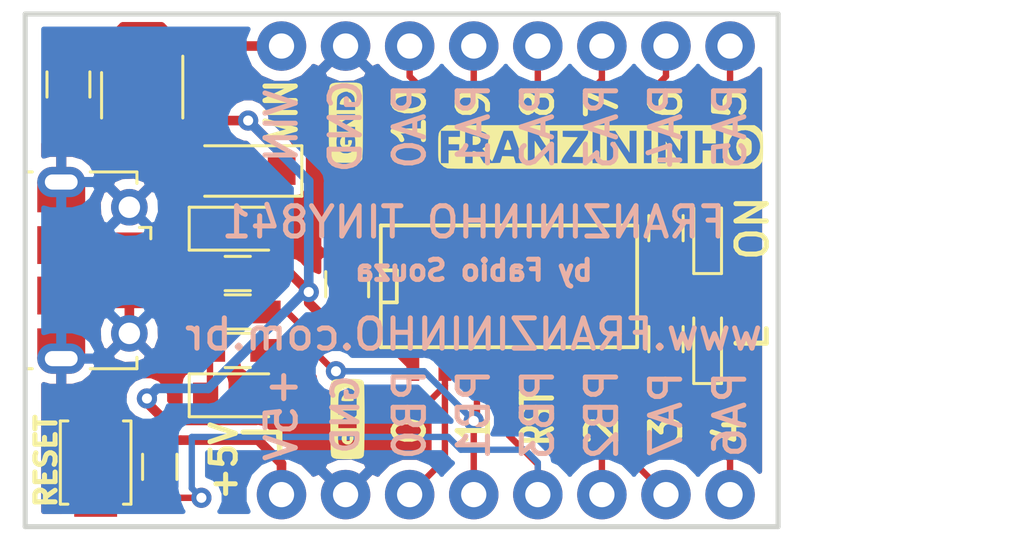
<source format=kicad_pcb>
(kicad_pcb (version 20171130) (host pcbnew "(5.0.0)")

  (general
    (thickness 1.6)
    (drawings 44)
    (tracks 151)
    (zones 0)
    (modules 22)
    (nets 23)
  )

  (page A4)
  (layers
    (0 F.Cu signal)
    (31 B.Cu signal)
    (32 B.Adhes user)
    (33 F.Adhes user)
    (34 B.Paste user)
    (35 F.Paste user)
    (36 B.SilkS user)
    (37 F.SilkS user)
    (38 B.Mask user)
    (39 F.Mask user)
    (40 Dwgs.User user)
    (41 Cmts.User user)
    (42 Eco1.User user)
    (43 Eco2.User user)
    (44 Edge.Cuts user)
    (45 Margin user)
    (46 B.CrtYd user)
    (47 F.CrtYd user)
    (48 B.Fab user)
    (49 F.Fab user)
  )

  (setup
    (last_trace_width 0.25)
    (user_trace_width 0.1524)
    (user_trace_width 0.254)
    (user_trace_width 0.381)
    (user_trace_width 0.508)
    (user_trace_width 0.8128)
    (trace_clearance 0.2)
    (zone_clearance 0.4)
    (zone_45_only no)
    (trace_min 0.15)
    (segment_width 0.2)
    (edge_width 0.15)
    (via_size 0.8)
    (via_drill 0.4)
    (via_min_size 0.6)
    (via_min_drill 0.254)
    (user_via 0.6 0.35)
    (user_via 0.8 0.4)
    (user_via 1.905 0.254)
    (uvia_size 0.35)
    (uvia_drill 0.1)
    (uvias_allowed no)
    (uvia_min_size 0.35)
    (uvia_min_drill 0.1)
    (pcb_text_width 0.3)
    (pcb_text_size 1.5 1.5)
    (mod_edge_width 0.15)
    (mod_text_size 1 1)
    (mod_text_width 0.15)
    (pad_size 1.524 1.524)
    (pad_drill 0.762)
    (pad_to_mask_clearance 0.2)
    (aux_axis_origin 0 0)
    (visible_elements 7FFDFFFF)
    (pcbplotparams
      (layerselection 0x010fc_ffffffff)
      (usegerberextensions true)
      (usegerberattributes false)
      (usegerberadvancedattributes false)
      (creategerberjobfile false)
      (excludeedgelayer true)
      (linewidth 0.100000)
      (plotframeref false)
      (viasonmask false)
      (mode 1)
      (useauxorigin false)
      (hpglpennumber 1)
      (hpglpenspeed 20)
      (hpglpendiameter 15.000000)
      (psnegative false)
      (psa4output false)
      (plotreference true)
      (plotvalue true)
      (plotinvisibletext false)
      (padsonsilk false)
      (subtractmaskfromsilk false)
      (outputformat 1)
      (mirror false)
      (drillshape 0)
      (scaleselection 1)
      (outputdirectory "C:/Users/fabio/Dropbox/Novas placas Franzininho/tiny841/franzininho-tiny841/gerber-tiny841/"))
  )

  (net 0 "")
  (net 1 GNDREF)
  (net 2 +BATT)
  (net 3 +5V)
  (net 4 "Net-(D1-Pad1)")
  (net 5 "Net-(D2-Pad1)")
  (net 6 VBUS)
  (net 7 "Net-(D4-Pad2)")
  (net 8 "Net-(D5-Pad2)")
  (net 9 "Net-(J1-Pad4)")
  (net 10 "Net-(U1-Pad4)")
  (net 11 PA0)
  (net 12 PA1)
  (net 13 PA2)
  (net 14 PA3)
  (net 15 PA4)
  (net 16 PA5)
  (net 17 PB0)
  (net 18 PB3)
  (net 19 PA6)
  (net 20 PA7)
  (net 21 PB2)
  (net 22 PB1)

  (net_class Default "This is the default net class."
    (clearance 0.2)
    (trace_width 0.25)
    (via_dia 0.8)
    (via_drill 0.4)
    (uvia_dia 0.35)
    (uvia_drill 0.1)
    (add_net +5V)
    (add_net +BATT)
    (add_net GNDREF)
    (add_net "Net-(D1-Pad1)")
    (add_net "Net-(D2-Pad1)")
    (add_net "Net-(D4-Pad2)")
    (add_net "Net-(D5-Pad2)")
    (add_net "Net-(J1-Pad4)")
    (add_net "Net-(U1-Pad4)")
    (add_net PA0)
    (add_net PA1)
    (add_net PA2)
    (add_net PA3)
    (add_net PA4)
    (add_net PA5)
    (add_net PA6)
    (add_net PA7)
    (add_net PB0)
    (add_net PB1)
    (add_net PB2)
    (add_net PB3)
    (add_net VBUS)
  )

  (module Graphics:GND2 (layer F.Cu) (tedit 0) (tstamp 5B798BEB)
    (at 193.1035 118.9355 90)
    (fp_text reference G*** (at 0 0 90) (layer F.SilkS) hide
      (effects (font (size 1.524 1.524) (thickness 0.3)))
    )
    (fp_text value LOGO (at 0.75 0 90) (layer F.SilkS) hide
      (effects (font (size 1.524 1.524) (thickness 0.3)))
    )
    (fp_poly (pts (xy 0.302502 -0.661971) (xy 0.53301 -0.66052) (xy 0.750687 -0.658227) (xy 0.949749 -0.655089)
      (xy 1.124411 -0.651107) (xy 1.26889 -0.64628) (xy 1.377403 -0.64061) (xy 1.444163 -0.634096)
      (xy 1.461209 -0.630055) (xy 1.506461 -0.604717) (xy 1.540804 -0.570839) (xy 1.565703 -0.52165)
      (xy 1.582623 -0.450378) (xy 1.593027 -0.350252) (xy 1.59838 -0.2145) (xy 1.600147 -0.036352)
      (xy 1.6002 0.0127) (xy 1.599067 0.201861) (xy 1.594694 0.347024) (xy 1.585616 0.454961)
      (xy 1.570369 0.532444) (xy 1.547488 0.586243) (xy 1.51551 0.62313) (xy 1.47297 0.649876)
      (xy 1.461209 0.655454) (xy 1.4197 0.662819) (xy 1.33347 0.669211) (xy 1.208257 0.674642)
      (xy 1.049797 0.679121) (xy 0.863828 0.682658) (xy 0.656086 0.685263) (xy 0.432308 0.686947)
      (xy 0.198232 0.687719) (xy -0.040407 0.687591) (xy -0.27787 0.68657) (xy -0.508422 0.684669)
      (xy -0.726324 0.681896) (xy -0.925841 0.678262) (xy -1.101234 0.673777) (xy -1.246769 0.668451)
      (xy -1.356706 0.662294) (xy -1.42531 0.655316) (xy -1.445005 0.650354) (xy -1.487049 0.623102)
      (xy -1.518816 0.589486) (xy -1.541739 0.542461) (xy -1.557256 0.47498) (xy -1.5668 0.379999)
      (xy -1.571808 0.250473) (xy -1.573716 0.079356) (xy -1.573721 0.077621) (xy -1.209927 0.077621)
      (xy -1.174003 0.200982) (xy -1.10545 0.300532) (xy -1.009476 0.366478) (xy -0.97487 0.378596)
      (xy -0.904002 0.389569) (xy -0.810693 0.392885) (xy -0.711522 0.389356) (xy -0.658008 0.383573)
      (xy 0.508 0.383573) (xy 0.74295 0.379188) (xy 0.869135 0.372942) (xy 0.972451 0.360298)
      (xy 1.039853 0.342932) (xy 1.045507 0.340309) (xy 1.1034 0.300534) (xy 1.157423 0.24743)
      (xy 1.196004 0.194656) (xy 1.207573 0.155868) (xy 1.205739 0.151169) (xy 1.210712 0.121284)
      (xy 1.218785 0.114556) (xy 1.244894 0.07118) (xy 1.245303 -0.000558) (xy 1.223729 -0.087603)
      (xy 1.18389 -0.176903) (xy 1.129505 -0.255405) (xy 1.106728 -0.278835) (xy 1.071097 -0.3076)
      (xy 1.031063 -0.326706) (xy 0.974909 -0.338699) (xy 0.890918 -0.346125) (xy 0.773255 -0.351323)
      (xy 0.508 -0.360875) (xy 0.508 0.383573) (xy -0.658008 0.383573) (xy -0.623065 0.379797)
      (xy -0.561901 0.36502) (xy -0.548605 0.357678) (xy -0.512137 0.342641) (xy -0.499313 0.347353)
      (xy -0.491469 0.332266) (xy -0.4856 0.277299) (xy -0.482729 0.193363) (xy -0.4826 0.169333)
      (xy -0.4826 -0.0254) (xy -0.8636 -0.0254) (xy -0.8636 0.045699) (xy -0.85912 0.092683)
      (xy -0.83556 0.109585) (xy -0.777744 0.106773) (xy -0.7747 0.10642) (xy -0.715358 0.102841)
      (xy -0.690852 0.119506) (xy -0.685824 0.168839) (xy -0.6858 0.178344) (xy -0.688905 0.232025)
      (xy -0.708227 0.251826) (xy -0.758782 0.248736) (xy -0.777851 0.245709) (xy -0.880728 0.20977)
      (xy -0.956037 0.145829) (xy -0.997255 0.063964) (xy -0.997861 -0.025748) (xy -0.981576 -0.069092)
      (xy -0.941699 -0.132513) (xy -0.902145 -0.177432) (xy -0.832025 -0.208087) (xy -0.741297 -0.214044)
      (xy -0.653557 -0.195639) (xy -0.612525 -0.173319) (xy -0.553678 -0.135154) (xy -0.521732 -0.137545)
      (xy -0.509258 -0.184301) (xy -0.508 -0.226889) (xy -0.512665 -0.286332) (xy -0.532756 -0.325024)
      (xy -0.577423 -0.348093) (xy -0.624216 -0.3556) (xy -0.3556 -0.3556) (xy -0.3556 0.381)
      (xy -0.1524 0.381) (xy -0.151255 0.13335) (xy -0.14999 0.02199) (xy -0.146742 -0.044652)
      (xy -0.140449 -0.07265) (xy -0.13005 -0.068076) (xy -0.119505 -0.048202) (xy -0.091715 0.004246)
      (xy -0.045373 0.08425) (xy 0.010655 0.1766) (xy 0.024893 0.199448) (xy 0.08129 0.287764)
      (xy 0.121505 0.341474) (xy 0.15607 0.369181) (xy 0.195518 0.379488) (xy 0.247143 0.381)
      (xy 0.3556 0.381) (xy 0.3556 -0.3556) (xy 0.1778 -0.3556) (xy 0.177643 -0.13335)
      (xy 0.177164 -0.02807) (xy 0.174747 0.032835) (xy 0.168647 0.05579) (xy 0.157119 0.04722)
      (xy 0.138418 0.013548) (xy 0.137978 0.0127) (xy 0.103229 -0.049102) (xy 0.05244 -0.133483)
      (xy 0.004785 -0.209328) (xy -0.0889 -0.355156) (xy -0.3556 -0.3556) (xy -0.624216 -0.3556)
      (xy -0.655813 -0.360669) (xy -0.757977 -0.367039) (xy -0.920166 -0.356796) (xy -1.048112 -0.310304)
      (xy -1.140681 -0.228336) (xy -1.196738 -0.111666) (xy -1.208014 -0.059759) (xy -1.209927 0.077621)
      (xy -1.573721 0.077621) (xy -1.5739 0.017788) (xy -1.573156 -0.172156) (xy -1.569159 -0.318075)
      (xy -1.560471 -0.426708) (xy -1.545656 -0.504799) (xy -1.523277 -0.559088) (xy -1.491896 -0.596317)
      (xy -1.450077 -0.623227) (xy -1.43581 -0.630055) (xy -1.395111 -0.637045) (xy -1.309403 -0.643191)
      (xy -1.18447 -0.648492) (xy -1.026096 -0.65295) (xy -0.840066 -0.656563) (xy -0.632162 -0.659333)
      (xy -0.408169 -0.661258) (xy -0.173872 -0.662339) (xy 0.064947 -0.662577) (xy 0.302502 -0.661971)) (layer F.SilkS) (width 0.01))
    (fp_poly (pts (xy 0.853853 -0.207816) (xy 0.934878 -0.155574) (xy 0.997861 -0.086121) (xy 1.013675 -0.056413)
      (xy 1.031866 0.007496) (xy 1.020852 0.064677) (xy 1.004871 0.098561) (xy 0.945739 0.172474)
      (xy 0.86304 0.228803) (xy 0.777644 0.25376) (xy 0.769611 0.254) (xy 0.748258 0.248987)
      (xy 0.734769 0.227772) (xy 0.727391 0.181089) (xy 0.724366 0.099672) (xy 0.7239 0.0127)
      (xy 0.724666 -0.099447) (xy 0.728287 -0.170221) (xy 0.736746 -0.209041) (xy 0.752028 -0.225327)
      (xy 0.7747 -0.228506) (xy 0.853853 -0.207816)) (layer F.SilkS) (width 0.01))
  )

  (module Capacitors_SMD:C_0805_HandSoldering (layer F.Cu) (tedit 5B797C76) (tstamp 5B740B32)
    (at 182.0545 105.664 270)
    (descr "Capacitor SMD 0805, hand soldering")
    (tags "capacitor 0805")
    (path /5B74C130)
    (attr smd)
    (fp_text reference C1 (at 0 -1.75 270) (layer F.SilkS) hide
      (effects (font (size 1 1) (thickness 0.15)))
    )
    (fp_text value 10uF (at 0 1.75 270) (layer F.Fab) hide
      (effects (font (size 1 1) (thickness 0.15)))
    )
    (fp_line (start 2.25 0.87) (end -2.25 0.87) (layer F.CrtYd) (width 0.05))
    (fp_line (start 2.25 0.87) (end 2.25 -0.88) (layer F.CrtYd) (width 0.05))
    (fp_line (start -2.25 -0.88) (end -2.25 0.87) (layer F.CrtYd) (width 0.05))
    (fp_line (start -2.25 -0.88) (end 2.25 -0.88) (layer F.CrtYd) (width 0.05))
    (fp_line (start -0.5 0.85) (end 0.5 0.85) (layer F.SilkS) (width 0.12))
    (fp_line (start 0.5 -0.85) (end -0.5 -0.85) (layer F.SilkS) (width 0.12))
    (fp_line (start -1 -0.62) (end 1 -0.62) (layer F.Fab) (width 0.1))
    (fp_line (start 1 -0.62) (end 1 0.62) (layer F.Fab) (width 0.1))
    (fp_line (start 1 0.62) (end -1 0.62) (layer F.Fab) (width 0.1))
    (fp_line (start -1 0.62) (end -1 -0.62) (layer F.Fab) (width 0.1))
    (fp_text user %R (at 0 -1.75 270) (layer F.Fab)
      (effects (font (size 1 1) (thickness 0.15)))
    )
    (pad 2 smd rect (at 1.25 0 270) (size 1.5 1.25) (layers F.Cu F.Paste F.Mask)
      (net 1 GNDREF))
    (pad 1 smd rect (at -1.25 0 270) (size 1.5 1.25) (layers F.Cu F.Paste F.Mask)
      (net 2 +BATT))
    (model Capacitors_SMD.3dshapes/C_0805.wrl
      (at (xyz 0 0 0))
      (scale (xyz 1 1 1))
      (rotate (xyz 0 0 0))
    )
  )

  (module Capacitors_SMD:C_0805_HandSoldering (layer F.Cu) (tedit 5B797CE1) (tstamp 5B745985)
    (at 193.1035 113.5815 90)
    (descr "Capacitor SMD 0805, hand soldering")
    (tags "capacitor 0805")
    (path /5B74DC69)
    (attr smd)
    (fp_text reference C2 (at 0 -1.75 90) (layer F.SilkS) hide
      (effects (font (size 1 1) (thickness 0.15)))
    )
    (fp_text value 10uF (at 0 1.75 90) (layer F.Fab) hide
      (effects (font (size 1 1) (thickness 0.15)))
    )
    (fp_text user %R (at -4.165001 0.304999 90) (layer F.Fab)
      (effects (font (size 1 1) (thickness 0.15)))
    )
    (fp_line (start -1 0.62) (end -1 -0.62) (layer F.Fab) (width 0.1))
    (fp_line (start 1 0.62) (end -1 0.62) (layer F.Fab) (width 0.1))
    (fp_line (start 1 -0.62) (end 1 0.62) (layer F.Fab) (width 0.1))
    (fp_line (start -1 -0.62) (end 1 -0.62) (layer F.Fab) (width 0.1))
    (fp_line (start 0.5 -0.85) (end -0.5 -0.85) (layer F.SilkS) (width 0.12))
    (fp_line (start -0.5 0.85) (end 0.5 0.85) (layer F.SilkS) (width 0.12))
    (fp_line (start -2.25 -0.88) (end 2.25 -0.88) (layer F.CrtYd) (width 0.05))
    (fp_line (start -2.25 -0.88) (end -2.25 0.87) (layer F.CrtYd) (width 0.05))
    (fp_line (start 2.25 0.87) (end 2.25 -0.88) (layer F.CrtYd) (width 0.05))
    (fp_line (start 2.25 0.87) (end -2.25 0.87) (layer F.CrtYd) (width 0.05))
    (pad 1 smd rect (at -1.25 0 90) (size 1.5 1.25) (layers F.Cu F.Paste F.Mask)
      (net 3 +5V))
    (pad 2 smd rect (at 1.25 0 90) (size 1.5 1.25) (layers F.Cu F.Paste F.Mask)
      (net 1 GNDREF))
    (model Capacitors_SMD.3dshapes/C_0805.wrl
      (at (xyz 0 0 0))
      (scale (xyz 1 1 1))
      (rotate (xyz 0 0 0))
    )
  )

  (module Diodes_SMD:D_SOD-323_HandSoldering (layer F.Cu) (tedit 5B797CD6) (tstamp 5B7463AF)
    (at 188.742 117.983)
    (descr SOD-323)
    (tags SOD-323)
    (path /5B73FA98)
    (attr smd)
    (fp_text reference D1 (at 0 -1.85) (layer F.SilkS) hide
      (effects (font (size 1 1) (thickness 0.15)))
    )
    (fp_text value 3V6 (at 0.1 1.9) (layer F.Fab) hide
      (effects (font (size 1 1) (thickness 0.15)))
    )
    (fp_line (start -1.9 -0.85) (end 1.25 -0.85) (layer F.SilkS) (width 0.12))
    (fp_line (start -1.9 0.85) (end 1.25 0.85) (layer F.SilkS) (width 0.12))
    (fp_line (start -2 -0.95) (end -2 0.95) (layer F.CrtYd) (width 0.05))
    (fp_line (start -2 0.95) (end 2 0.95) (layer F.CrtYd) (width 0.05))
    (fp_line (start 2 -0.95) (end 2 0.95) (layer F.CrtYd) (width 0.05))
    (fp_line (start -2 -0.95) (end 2 -0.95) (layer F.CrtYd) (width 0.05))
    (fp_line (start -0.9 -0.7) (end 0.9 -0.7) (layer F.Fab) (width 0.1))
    (fp_line (start 0.9 -0.7) (end 0.9 0.7) (layer F.Fab) (width 0.1))
    (fp_line (start 0.9 0.7) (end -0.9 0.7) (layer F.Fab) (width 0.1))
    (fp_line (start -0.9 0.7) (end -0.9 -0.7) (layer F.Fab) (width 0.1))
    (fp_line (start -0.3 -0.35) (end -0.3 0.35) (layer F.Fab) (width 0.1))
    (fp_line (start -0.3 0) (end -0.5 0) (layer F.Fab) (width 0.1))
    (fp_line (start -0.3 0) (end 0.2 -0.35) (layer F.Fab) (width 0.1))
    (fp_line (start 0.2 -0.35) (end 0.2 0.35) (layer F.Fab) (width 0.1))
    (fp_line (start 0.2 0.35) (end -0.3 0) (layer F.Fab) (width 0.1))
    (fp_line (start 0.2 0) (end 0.45 0) (layer F.Fab) (width 0.1))
    (fp_line (start -1.9 -0.85) (end -1.9 0.85) (layer F.SilkS) (width 0.12))
    (fp_text user %R (at 0 -1.85) (layer F.Fab)
      (effects (font (size 1 1) (thickness 0.15)))
    )
    (pad 2 smd rect (at 1.25 0) (size 1 1) (layers F.Cu F.Paste F.Mask)
      (net 1 GNDREF))
    (pad 1 smd rect (at -1.25 0) (size 1 1) (layers F.Cu F.Paste F.Mask)
      (net 4 "Net-(D1-Pad1)"))
    (model ${KISYS3DMOD}/Diodes_SMD.3dshapes/D_SOD-323.wrl
      (at (xyz 0 0 0))
      (scale (xyz 1 1 1))
      (rotate (xyz 0 0 0))
    )
  )

  (module Diodes_SMD:D_SOD-323_HandSoldering (layer F.Cu) (tedit 5B797CA3) (tstamp 5B7467A9)
    (at 188.742 111.379)
    (descr SOD-323)
    (tags SOD-323)
    (path /5B74072E)
    (attr smd)
    (fp_text reference D2 (at 0 -1.85) (layer F.SilkS) hide
      (effects (font (size 1 1) (thickness 0.15)))
    )
    (fp_text value 3V6 (at 0.1 1.9) (layer F.Fab) hide
      (effects (font (size 1 1) (thickness 0.15)))
    )
    (fp_text user %R (at 0 -1.85) (layer F.Fab)
      (effects (font (size 1 1) (thickness 0.15)))
    )
    (fp_line (start -1.9 -0.85) (end -1.9 0.85) (layer F.SilkS) (width 0.12))
    (fp_line (start 0.2 0) (end 0.45 0) (layer F.Fab) (width 0.1))
    (fp_line (start 0.2 0.35) (end -0.3 0) (layer F.Fab) (width 0.1))
    (fp_line (start 0.2 -0.35) (end 0.2 0.35) (layer F.Fab) (width 0.1))
    (fp_line (start -0.3 0) (end 0.2 -0.35) (layer F.Fab) (width 0.1))
    (fp_line (start -0.3 0) (end -0.5 0) (layer F.Fab) (width 0.1))
    (fp_line (start -0.3 -0.35) (end -0.3 0.35) (layer F.Fab) (width 0.1))
    (fp_line (start -0.9 0.7) (end -0.9 -0.7) (layer F.Fab) (width 0.1))
    (fp_line (start 0.9 0.7) (end -0.9 0.7) (layer F.Fab) (width 0.1))
    (fp_line (start 0.9 -0.7) (end 0.9 0.7) (layer F.Fab) (width 0.1))
    (fp_line (start -0.9 -0.7) (end 0.9 -0.7) (layer F.Fab) (width 0.1))
    (fp_line (start -2 -0.95) (end 2 -0.95) (layer F.CrtYd) (width 0.05))
    (fp_line (start 2 -0.95) (end 2 0.95) (layer F.CrtYd) (width 0.05))
    (fp_line (start -2 0.95) (end 2 0.95) (layer F.CrtYd) (width 0.05))
    (fp_line (start -2 -0.95) (end -2 0.95) (layer F.CrtYd) (width 0.05))
    (fp_line (start -1.9 0.85) (end 1.25 0.85) (layer F.SilkS) (width 0.12))
    (fp_line (start -1.9 -0.85) (end 1.25 -0.85) (layer F.SilkS) (width 0.12))
    (pad 1 smd rect (at -1.25 0) (size 1 1) (layers F.Cu F.Paste F.Mask)
      (net 5 "Net-(D2-Pad1)"))
    (pad 2 smd rect (at 1.25 0) (size 1 1) (layers F.Cu F.Paste F.Mask)
      (net 1 GNDREF))
    (model ${KISYS3DMOD}/Diodes_SMD.3dshapes/D_SOD-323.wrl
      (at (xyz 0 0 0))
      (scale (xyz 1 1 1))
      (rotate (xyz 0 0 0))
    )
  )

  (module Diodes_SMD:D_SOD-123F (layer F.Cu) (tedit 5B797C8E) (tstamp 5B75718A)
    (at 189.106 109.093 180)
    (descr D_SOD-123F)
    (tags D_SOD-123F)
    (path /5B746082)
    (attr smd)
    (fp_text reference D3 (at -0.127 -1.905 180) (layer F.SilkS) hide
      (effects (font (size 1 1) (thickness 0.15)))
    )
    (fp_text value 1N4148 (at 0 2.1 180) (layer F.Fab) hide
      (effects (font (size 1 1) (thickness 0.15)))
    )
    (fp_line (start -2.2 -1) (end 1.65 -1) (layer F.SilkS) (width 0.12))
    (fp_line (start -2.2 1) (end 1.65 1) (layer F.SilkS) (width 0.12))
    (fp_line (start -2.2 -1.15) (end -2.2 1.15) (layer F.CrtYd) (width 0.05))
    (fp_line (start 2.2 1.15) (end -2.2 1.15) (layer F.CrtYd) (width 0.05))
    (fp_line (start 2.2 -1.15) (end 2.2 1.15) (layer F.CrtYd) (width 0.05))
    (fp_line (start -2.2 -1.15) (end 2.2 -1.15) (layer F.CrtYd) (width 0.05))
    (fp_line (start -1.4 -0.9) (end 1.4 -0.9) (layer F.Fab) (width 0.1))
    (fp_line (start 1.4 -0.9) (end 1.4 0.9) (layer F.Fab) (width 0.1))
    (fp_line (start 1.4 0.9) (end -1.4 0.9) (layer F.Fab) (width 0.1))
    (fp_line (start -1.4 0.9) (end -1.4 -0.9) (layer F.Fab) (width 0.1))
    (fp_line (start -0.75 0) (end -0.35 0) (layer F.Fab) (width 0.1))
    (fp_line (start -0.35 0) (end -0.35 -0.55) (layer F.Fab) (width 0.1))
    (fp_line (start -0.35 0) (end -0.35 0.55) (layer F.Fab) (width 0.1))
    (fp_line (start -0.35 0) (end 0.25 -0.4) (layer F.Fab) (width 0.1))
    (fp_line (start 0.25 -0.4) (end 0.25 0.4) (layer F.Fab) (width 0.1))
    (fp_line (start 0.25 0.4) (end -0.35 0) (layer F.Fab) (width 0.1))
    (fp_line (start 0.25 0) (end 0.75 0) (layer F.Fab) (width 0.1))
    (fp_line (start -2.2 -1) (end -2.2 1) (layer F.SilkS) (width 0.12))
    (fp_text user %R (at -0.127 -1.905 180) (layer F.Fab)
      (effects (font (size 1 1) (thickness 0.15)))
    )
    (pad 2 smd rect (at 1.4 0 180) (size 1.1 1.1) (layers F.Cu F.Paste F.Mask)
      (net 6 VBUS))
    (pad 1 smd rect (at -1.4 0 180) (size 1.1 1.1) (layers F.Cu F.Paste F.Mask)
      (net 3 +5V))
    (model ${KISYS3DMOD}/Diodes_SMD.3dshapes/D_SOD-123F.wrl
      (at (xyz 0 0 0))
      (scale (xyz 1 1 1))
      (rotate (xyz 0 0 0))
    )
  )

  (module Resistors_SMD:R_0603_HandSoldering (layer F.Cu) (tedit 5B797CAF) (tstamp 5B745EB6)
    (at 188.765 113.157)
    (descr "Resistor SMD 0603, hand soldering")
    (tags "resistor 0603")
    (path /5B740AFC)
    (attr smd)
    (fp_text reference R1 (at 0 -1.45) (layer F.SilkS) hide
      (effects (font (size 1 1) (thickness 0.15)))
    )
    (fp_text value 1K5 (at 0 1.55) (layer F.Fab) hide
      (effects (font (size 1 1) (thickness 0.15)))
    )
    (fp_text user %R (at 1.1 0.508) (layer F.Fab)
      (effects (font (size 0.4 0.4) (thickness 0.075)))
    )
    (fp_line (start -0.8 0.4) (end -0.8 -0.4) (layer F.Fab) (width 0.1))
    (fp_line (start 0.8 0.4) (end -0.8 0.4) (layer F.Fab) (width 0.1))
    (fp_line (start 0.8 -0.4) (end 0.8 0.4) (layer F.Fab) (width 0.1))
    (fp_line (start -0.8 -0.4) (end 0.8 -0.4) (layer F.Fab) (width 0.1))
    (fp_line (start 0.5 0.68) (end -0.5 0.68) (layer F.SilkS) (width 0.12))
    (fp_line (start -0.5 -0.68) (end 0.5 -0.68) (layer F.SilkS) (width 0.12))
    (fp_line (start -1.96 -0.7) (end 1.95 -0.7) (layer F.CrtYd) (width 0.05))
    (fp_line (start -1.96 -0.7) (end -1.96 0.7) (layer F.CrtYd) (width 0.05))
    (fp_line (start 1.95 0.7) (end 1.95 -0.7) (layer F.CrtYd) (width 0.05))
    (fp_line (start 1.95 0.7) (end -1.96 0.7) (layer F.CrtYd) (width 0.05))
    (pad 1 smd rect (at -1.1 0) (size 1.2 0.9) (layers F.Cu F.Paste F.Mask)
      (net 5 "Net-(D2-Pad1)"))
    (pad 2 smd rect (at 1.1 0) (size 1.2 0.9) (layers F.Cu F.Paste F.Mask)
      (net 3 +5V))
    (model ${KISYS3DMOD}/Resistors_SMD.3dshapes/R_0603.wrl
      (at (xyz 0 0 0))
      (scale (xyz 1 1 1))
      (rotate (xyz 0 0 0))
    )
  )

  (module Resistors_SMD:R_0603_HandSoldering (layer F.Cu) (tedit 5B797CC8) (tstamp 5B7458EF)
    (at 188.765 116.205 180)
    (descr "Resistor SMD 0603, hand soldering")
    (tags "resistor 0603")
    (path /5B73FB90)
    (attr smd)
    (fp_text reference R2 (at 0 -1.45 180) (layer F.SilkS) hide
      (effects (font (size 1 1) (thickness 0.15)))
    )
    (fp_text value 68R (at 0 1.55 180) (layer F.Fab) hide
      (effects (font (size 1 1) (thickness 0.15)))
    )
    (fp_text user %R (at 0 0 180) (layer F.Fab)
      (effects (font (size 0.4 0.4) (thickness 0.075)))
    )
    (fp_line (start -0.8 0.4) (end -0.8 -0.4) (layer F.Fab) (width 0.1))
    (fp_line (start 0.8 0.4) (end -0.8 0.4) (layer F.Fab) (width 0.1))
    (fp_line (start 0.8 -0.4) (end 0.8 0.4) (layer F.Fab) (width 0.1))
    (fp_line (start -0.8 -0.4) (end 0.8 -0.4) (layer F.Fab) (width 0.1))
    (fp_line (start 0.5 0.68) (end -0.5 0.68) (layer F.SilkS) (width 0.12))
    (fp_line (start -0.5 -0.68) (end 0.5 -0.68) (layer F.SilkS) (width 0.12))
    (fp_line (start -1.96 -0.7) (end 1.95 -0.7) (layer F.CrtYd) (width 0.05))
    (fp_line (start -1.96 -0.7) (end -1.96 0.7) (layer F.CrtYd) (width 0.05))
    (fp_line (start 1.95 0.7) (end 1.95 -0.7) (layer F.CrtYd) (width 0.05))
    (fp_line (start 1.95 0.7) (end -1.96 0.7) (layer F.CrtYd) (width 0.05))
    (pad 1 smd rect (at -1.1 0 180) (size 1.2 0.9) (layers F.Cu F.Paste F.Mask)
      (net 17 PB0))
    (pad 2 smd rect (at 1.1 0 180) (size 1.2 0.9) (layers F.Cu F.Paste F.Mask)
      (net 4 "Net-(D1-Pad1)"))
    (model ${KISYS3DMOD}/Resistors_SMD.3dshapes/R_0603.wrl
      (at (xyz 0 0 0))
      (scale (xyz 1 1 1))
      (rotate (xyz 0 0 0))
    )
  )

  (module Resistors_SMD:R_0603_HandSoldering (layer F.Cu) (tedit 5B797CBD) (tstamp 5B740BFF)
    (at 188.765 114.681 180)
    (descr "Resistor SMD 0603, hand soldering")
    (tags "resistor 0603")
    (path /5B7405A0)
    (attr smd)
    (fp_text reference R3 (at 0 -1.45 180) (layer F.SilkS) hide
      (effects (font (size 1 1) (thickness 0.15)))
    )
    (fp_text value 68R (at 0 1.55 180) (layer F.Fab) hide
      (effects (font (size 1 1) (thickness 0.15)))
    )
    (fp_line (start 1.95 0.7) (end -1.96 0.7) (layer F.CrtYd) (width 0.05))
    (fp_line (start 1.95 0.7) (end 1.95 -0.7) (layer F.CrtYd) (width 0.05))
    (fp_line (start -1.96 -0.7) (end -1.96 0.7) (layer F.CrtYd) (width 0.05))
    (fp_line (start -1.96 -0.7) (end 1.95 -0.7) (layer F.CrtYd) (width 0.05))
    (fp_line (start -0.5 -0.68) (end 0.5 -0.68) (layer F.SilkS) (width 0.12))
    (fp_line (start 0.5 0.68) (end -0.5 0.68) (layer F.SilkS) (width 0.12))
    (fp_line (start -0.8 -0.4) (end 0.8 -0.4) (layer F.Fab) (width 0.1))
    (fp_line (start 0.8 -0.4) (end 0.8 0.4) (layer F.Fab) (width 0.1))
    (fp_line (start 0.8 0.4) (end -0.8 0.4) (layer F.Fab) (width 0.1))
    (fp_line (start -0.8 0.4) (end -0.8 -0.4) (layer F.Fab) (width 0.1))
    (fp_text user %R (at 0 0 180) (layer F.Fab)
      (effects (font (size 0.4 0.4) (thickness 0.075)))
    )
    (pad 2 smd rect (at 1.1 0 180) (size 1.2 0.9) (layers F.Cu F.Paste F.Mask)
      (net 5 "Net-(D2-Pad1)"))
    (pad 1 smd rect (at -1.1 0 180) (size 1.2 0.9) (layers F.Cu F.Paste F.Mask)
      (net 22 PB1))
    (model ${KISYS3DMOD}/Resistors_SMD.3dshapes/R_0603.wrl
      (at (xyz 0 0 0))
      (scale (xyz 1 1 1))
      (rotate (xyz 0 0 0))
    )
  )

  (module Resistors_SMD:R_0603_HandSoldering (layer F.Cu) (tedit 5B745E86) (tstamp 5B747295)
    (at 205.74 111.3585 270)
    (descr "Resistor SMD 0603, hand soldering")
    (tags "resistor 0603")
    (path /5B748719)
    (attr smd)
    (fp_text reference R4 (at 0 -1.45 270) (layer F.SilkS) hide
      (effects (font (size 1 1) (thickness 0.15)))
    )
    (fp_text value 1K (at 0 1.55 270) (layer F.Fab) hide
      (effects (font (size 1 1) (thickness 0.15)))
    )
    (fp_line (start 1.95 0.7) (end -1.96 0.7) (layer F.CrtYd) (width 0.05))
    (fp_line (start 1.95 0.7) (end 1.95 -0.7) (layer F.CrtYd) (width 0.05))
    (fp_line (start -1.96 -0.7) (end -1.96 0.7) (layer F.CrtYd) (width 0.05))
    (fp_line (start -1.96 -0.7) (end 1.95 -0.7) (layer F.CrtYd) (width 0.05))
    (fp_line (start -0.5 -0.68) (end 0.5 -0.68) (layer F.SilkS) (width 0.12))
    (fp_line (start 0.5 0.68) (end -0.5 0.68) (layer F.SilkS) (width 0.12))
    (fp_line (start -0.8 -0.4) (end 0.8 -0.4) (layer F.Fab) (width 0.1))
    (fp_line (start 0.8 -0.4) (end 0.8 0.4) (layer F.Fab) (width 0.1))
    (fp_line (start 0.8 0.4) (end -0.8 0.4) (layer F.Fab) (width 0.1))
    (fp_line (start -0.8 0.4) (end -0.8 -0.4) (layer F.Fab) (width 0.1))
    (fp_text user %R (at 0 0 270) (layer F.Fab) hide
      (effects (font (size 0.4 0.4) (thickness 0.075)))
    )
    (pad 2 smd rect (at 1.1 0 270) (size 1.2 0.9) (layers F.Cu F.Paste F.Mask)
      (net 3 +5V))
    (pad 1 smd rect (at -1.1 0 270) (size 1.2 0.9) (layers F.Cu F.Paste F.Mask)
      (net 7 "Net-(D4-Pad2)"))
    (model ${KISYS3DMOD}/Resistors_SMD.3dshapes/R_0603.wrl
      (at (xyz 0 0 0))
      (scale (xyz 1 1 1))
      (rotate (xyz 0 0 0))
    )
  )

  (module Resistors_SMD:R_0603_HandSoldering (layer F.Cu) (tedit 5B745EA1) (tstamp 5B740C21)
    (at 205.74 115.7605 270)
    (descr "Resistor SMD 0603, hand soldering")
    (tags "resistor 0603")
    (path /5B7422BA)
    (attr smd)
    (fp_text reference R5 (at 0 -1.45 270) (layer F.SilkS) hide
      (effects (font (size 1 1) (thickness 0.15)))
    )
    (fp_text value 1K (at 0 1.55 270) (layer F.Fab)
      (effects (font (size 1 1) (thickness 0.15)))
    )
    (fp_line (start 1.95 0.7) (end -1.96 0.7) (layer F.CrtYd) (width 0.05))
    (fp_line (start 1.95 0.7) (end 1.95 -0.7) (layer F.CrtYd) (width 0.05))
    (fp_line (start -1.96 -0.7) (end -1.96 0.7) (layer F.CrtYd) (width 0.05))
    (fp_line (start -1.96 -0.7) (end 1.95 -0.7) (layer F.CrtYd) (width 0.05))
    (fp_line (start -0.5 -0.68) (end 0.5 -0.68) (layer F.SilkS) (width 0.12))
    (fp_line (start 0.5 0.68) (end -0.5 0.68) (layer F.SilkS) (width 0.12))
    (fp_line (start -0.8 -0.4) (end 0.8 -0.4) (layer F.Fab) (width 0.1))
    (fp_line (start 0.8 -0.4) (end 0.8 0.4) (layer F.Fab) (width 0.1))
    (fp_line (start 0.8 0.4) (end -0.8 0.4) (layer F.Fab) (width 0.1))
    (fp_line (start -0.8 0.4) (end -0.8 -0.4) (layer F.Fab) (width 0.1))
    (fp_text user %R (at 0 0 270) (layer F.Fab)
      (effects (font (size 0.4 0.4) (thickness 0.075)))
    )
    (pad 2 smd rect (at 1.1 0 270) (size 1.2 0.9) (layers F.Cu F.Paste F.Mask)
      (net 3 +5V))
    (pad 1 smd rect (at -1.1 0 270) (size 1.2 0.9) (layers F.Cu F.Paste F.Mask)
      (net 8 "Net-(D5-Pad2)"))
    (model ${KISYS3DMOD}/Resistors_SMD.3dshapes/R_0603.wrl
      (at (xyz 0 0 0))
      (scale (xyz 1 1 1))
      (rotate (xyz 0 0 0))
    )
  )

  (module Resistors_SMD:R_0603_HandSoldering (layer F.Cu) (tedit 5B797B86) (tstamp 5B74634D)
    (at 185.674 120.82 270)
    (descr "Resistor SMD 0603, hand soldering")
    (tags "resistor 0603")
    (path /5B743746)
    (attr smd)
    (fp_text reference R6 (at 0 -1.45 270) (layer F.SilkS) hide
      (effects (font (size 1 1) (thickness 0.15)))
    )
    (fp_text value 1K (at 0 1.55 270) (layer F.Fab)
      (effects (font (size 1 1) (thickness 0.15)))
    )
    (fp_line (start 1.95 0.7) (end -1.96 0.7) (layer F.CrtYd) (width 0.05))
    (fp_line (start 1.95 0.7) (end 1.95 -0.7) (layer F.CrtYd) (width 0.05))
    (fp_line (start -1.96 -0.7) (end -1.96 0.7) (layer F.CrtYd) (width 0.05))
    (fp_line (start -1.96 -0.7) (end 1.95 -0.7) (layer F.CrtYd) (width 0.05))
    (fp_line (start -0.5 -0.68) (end 0.5 -0.68) (layer F.SilkS) (width 0.12))
    (fp_line (start 0.5 0.68) (end -0.5 0.68) (layer F.SilkS) (width 0.12))
    (fp_line (start -0.8 -0.4) (end 0.8 -0.4) (layer F.Fab) (width 0.1))
    (fp_line (start 0.8 -0.4) (end 0.8 0.4) (layer F.Fab) (width 0.1))
    (fp_line (start 0.8 0.4) (end -0.8 0.4) (layer F.Fab) (width 0.1))
    (fp_line (start -0.8 0.4) (end -0.8 -0.4) (layer F.Fab) (width 0.1))
    (fp_text user %R (at 0 0 270) (layer F.Fab)
      (effects (font (size 0.4 0.4) (thickness 0.075)))
    )
    (pad 2 smd rect (at 1.1 0 270) (size 1.2 0.9) (layers F.Cu F.Paste F.Mask)
      (net 18 PB3))
    (pad 1 smd rect (at -1.1 0 270) (size 1.2 0.9) (layers F.Cu F.Paste F.Mask)
      (net 3 +5V))
    (model ${KISYS3DMOD}/Resistors_SMD.3dshapes/R_0603.wrl
      (at (xyz 0 0 0))
      (scale (xyz 1 1 1))
      (rotate (xyz 0 0 0))
    )
  )

  (module TO_SOT_Packages_SMD:SOT-23-5_HandSoldering (layer F.Cu) (tedit 5B797C84) (tstamp 5B745F7E)
    (at 184.978 106.092 270)
    (descr "5-pin SOT23 package")
    (tags "SOT-23-5 hand-soldering")
    (path /5B7444FF)
    (attr smd)
    (fp_text reference U1 (at 0 -2.9 270) (layer F.SilkS) hide
      (effects (font (size 1 1) (thickness 0.15)))
    )
    (fp_text value LP2985-5.0 (at 0 2.9 270) (layer F.Fab)
      (effects (font (size 1 1) (thickness 0.15)))
    )
    (fp_line (start 2.38 1.8) (end -2.38 1.8) (layer F.CrtYd) (width 0.05))
    (fp_line (start 2.38 1.8) (end 2.38 -1.8) (layer F.CrtYd) (width 0.05))
    (fp_line (start -2.38 -1.8) (end -2.38 1.8) (layer F.CrtYd) (width 0.05))
    (fp_line (start -2.38 -1.8) (end 2.38 -1.8) (layer F.CrtYd) (width 0.05))
    (fp_line (start 0.9 -1.55) (end 0.9 1.55) (layer F.Fab) (width 0.1))
    (fp_line (start 0.9 1.55) (end -0.9 1.55) (layer F.Fab) (width 0.1))
    (fp_line (start -0.9 -0.9) (end -0.9 1.55) (layer F.Fab) (width 0.1))
    (fp_line (start 0.9 -1.55) (end -0.25 -1.55) (layer F.Fab) (width 0.1))
    (fp_line (start -0.9 -0.9) (end -0.25 -1.55) (layer F.Fab) (width 0.1))
    (fp_line (start 0.9 -1.61) (end -1.55 -1.61) (layer F.SilkS) (width 0.12))
    (fp_line (start -0.9 1.61) (end 0.9 1.61) (layer F.SilkS) (width 0.12))
    (fp_text user %R (at 0 0) (layer F.Fab) hide
      (effects (font (size 0.5 0.5) (thickness 0.075)))
    )
    (pad 5 smd rect (at 1.35 -0.95 270) (size 1.56 0.65) (layers F.Cu F.Paste F.Mask)
      (net 3 +5V))
    (pad 4 smd rect (at 1.35 0.95 270) (size 1.56 0.65) (layers F.Cu F.Paste F.Mask)
      (net 10 "Net-(U1-Pad4)"))
    (pad 3 smd rect (at -1.35 0.95 270) (size 1.56 0.65) (layers F.Cu F.Paste F.Mask)
      (net 2 +BATT))
    (pad 2 smd rect (at -1.35 0 270) (size 1.56 0.65) (layers F.Cu F.Paste F.Mask)
      (net 1 GNDREF))
    (pad 1 smd rect (at -1.35 -0.95 270) (size 1.56 0.65) (layers F.Cu F.Paste F.Mask)
      (net 2 +BATT))
    (model ${KISYS3DMOD}/TO_SOT_Packages_SMD.3dshapes\SOT-23-5.wrl
      (at (xyz 0 0 0))
      (scale (xyz 1 1 1))
      (rotate (xyz 0 0 0))
    )
  )

  (module SMD_Packages:SOIC-14_N (layer F.Cu) (tedit 5B797CEB) (tstamp 5B743C4B)
    (at 199.517 113.538)
    (descr "Module CMS SOJ 14 pins Large")
    (tags "CMS SOJ")
    (path /5B73F80B)
    (attr smd)
    (fp_text reference U2 (at 0 -1.27) (layer F.SilkS) hide
      (effects (font (size 1 1) (thickness 0.15)))
    )
    (fp_text value ATtiny841-SSU (at 0 1.27) (layer F.Fab) hide
      (effects (font (size 1 1) (thickness 0.15)))
    )
    (fp_line (start -4.445 0.762) (end -5.08 0.762) (layer F.SilkS) (width 0.15))
    (fp_line (start -4.445 -0.508) (end -4.445 0.762) (layer F.SilkS) (width 0.15))
    (fp_line (start -5.08 -0.508) (end -4.445 -0.508) (layer F.SilkS) (width 0.15))
    (fp_line (start -5.08 -2.286) (end 5.08 -2.286) (layer F.SilkS) (width 0.15))
    (fp_line (start -5.08 2.54) (end -5.08 -2.286) (layer F.SilkS) (width 0.15))
    (fp_line (start 5.08 2.54) (end -5.08 2.54) (layer F.SilkS) (width 0.15))
    (fp_line (start 5.08 -2.286) (end 5.08 2.54) (layer F.SilkS) (width 0.15))
    (pad 10 smd rect (at 1.27 -3.048) (size 0.508 1.143) (layers F.Cu F.Paste F.Mask)
      (net 14 PA3))
    (pad 14 smd rect (at -3.81 -3.048) (size 0.508 1.143) (layers F.Cu F.Paste F.Mask)
      (net 1 GNDREF))
    (pad 13 smd rect (at -2.54 -3.048) (size 0.508 1.143) (layers F.Cu F.Paste F.Mask)
      (net 11 PA0))
    (pad 12 smd rect (at -1.27 -3.048) (size 0.508 1.143) (layers F.Cu F.Paste F.Mask)
      (net 12 PA1))
    (pad 11 smd rect (at 0 -3.048) (size 0.508 1.143) (layers F.Cu F.Paste F.Mask)
      (net 13 PA2))
    (pad 9 smd rect (at 2.54 -3.048) (size 0.508 1.143) (layers F.Cu F.Paste F.Mask)
      (net 15 PA4))
    (pad 8 smd rect (at 3.81 -3.048) (size 0.508 1.143) (layers F.Cu F.Paste F.Mask)
      (net 16 PA5))
    (pad 7 smd rect (at 3.81 3.302) (size 0.508 1.143) (layers F.Cu F.Paste F.Mask)
      (net 19 PA6))
    (pad 6 smd rect (at 2.54 3.302) (size 0.508 1.143) (layers F.Cu F.Paste F.Mask)
      (net 20 PA7))
    (pad 5 smd rect (at 1.27 3.302) (size 0.508 1.143) (layers F.Cu F.Paste F.Mask)
      (net 21 PB2))
    (pad 4 smd rect (at 0 3.302) (size 0.508 1.143) (layers F.Cu F.Paste F.Mask)
      (net 18 PB3))
    (pad 3 smd rect (at -1.27 3.302) (size 0.508 1.143) (layers F.Cu F.Paste F.Mask)
      (net 22 PB1))
    (pad 2 smd rect (at -2.54 3.302) (size 0.508 1.143) (layers F.Cu F.Paste F.Mask)
      (net 17 PB0))
    (pad 1 smd rect (at -3.81 3.302) (size 0.508 1.143) (layers F.Cu F.Paste F.Mask)
      (net 3 +5V))
    (model SMD_Packages.3dshapes/SOIC-14_N.wrl
      (at (xyz 0 0 0))
      (scale (xyz 0.5 0.4 0.5))
      (rotate (xyz 0 0 0))
    )
  )

  (module Connector_USB:USB_Micro-B_Molex-105017-0001 (layer F.Cu) (tedit 5B797D05) (tstamp 5B74569E)
    (at 183.007 113.03 270)
    (descr http://www.molex.com/pdm_docs/sd/1050170001_sd.pdf)
    (tags "Micro-USB SMD Typ-B")
    (path /5B73FDE8)
    (attr smd)
    (fp_text reference J1 (at 0 -3.1125 270) (layer F.SilkS) hide
      (effects (font (size 1 1) (thickness 0.15)))
    )
    (fp_text value USB_B_Micro (at 0.3 4.3375 270) (layer F.Fab)
      (effects (font (size 1 1) (thickness 0.15)))
    )
    (fp_text user "PCB Edge" (at 0 2.6875 270) (layer Dwgs.User)
      (effects (font (size 0.5 0.5) (thickness 0.08)))
    )
    (fp_text user %R (at -5.207 0.254 270) (layer F.Fab)
      (effects (font (size 1 1) (thickness 0.15)))
    )
    (fp_line (start -4.4 3.64) (end 4.4 3.64) (layer F.CrtYd) (width 0.05))
    (fp_line (start 4.4 -2.46) (end 4.4 3.64) (layer F.CrtYd) (width 0.05))
    (fp_line (start -4.4 -2.46) (end 4.4 -2.46) (layer F.CrtYd) (width 0.05))
    (fp_line (start -4.4 3.64) (end -4.4 -2.46) (layer F.CrtYd) (width 0.05))
    (fp_line (start -3.9 -1.7625) (end -3.45 -1.7625) (layer F.SilkS) (width 0.12))
    (fp_line (start -3.9 0.0875) (end -3.9 -1.7625) (layer F.SilkS) (width 0.12))
    (fp_line (start 3.9 2.6375) (end 3.9 2.3875) (layer F.SilkS) (width 0.12))
    (fp_line (start 3.75 3.3875) (end 3.75 -1.6125) (layer F.Fab) (width 0.1))
    (fp_line (start -3 2.689204) (end 3 2.689204) (layer F.Fab) (width 0.1))
    (fp_line (start -3.75 3.389204) (end 3.75 3.389204) (layer F.Fab) (width 0.1))
    (fp_line (start -3.75 -1.6125) (end 3.75 -1.6125) (layer F.Fab) (width 0.1))
    (fp_line (start -3.75 3.3875) (end -3.75 -1.6125) (layer F.Fab) (width 0.1))
    (fp_line (start -3.9 2.6375) (end -3.9 2.3875) (layer F.SilkS) (width 0.12))
    (fp_line (start 3.9 0.0875) (end 3.9 -1.7625) (layer F.SilkS) (width 0.12))
    (fp_line (start 3.9 -1.7625) (end 3.45 -1.7625) (layer F.SilkS) (width 0.12))
    (fp_line (start -1.7 -2.3125) (end -1.25 -2.3125) (layer F.SilkS) (width 0.12))
    (fp_line (start -1.7 -2.3125) (end -1.7 -1.8625) (layer F.SilkS) (width 0.12))
    (fp_line (start -1.3 -1.7125) (end -1.5 -1.9125) (layer F.Fab) (width 0.1))
    (fp_line (start -1.1 -1.9125) (end -1.3 -1.7125) (layer F.Fab) (width 0.1))
    (fp_line (start -1.5 -2.1225) (end -1.1 -2.1225) (layer F.Fab) (width 0.1))
    (fp_line (start -1.5 -2.1225) (end -1.5 -1.9125) (layer F.Fab) (width 0.1))
    (fp_line (start -1.1 -2.1225) (end -1.1 -1.9125) (layer F.Fab) (width 0.1))
    (pad 6 smd rect (at 1 1.2375 270) (size 1.5 1.9) (layers F.Cu F.Paste F.Mask)
      (net 1 GNDREF))
    (pad 6 thru_hole circle (at -2.5 -1.4625 270) (size 1.45 1.45) (drill 0.85) (layers *.Cu *.Mask)
      (net 1 GNDREF))
    (pad 2 smd rect (at -0.65 -1.4625 270) (size 0.4 1.35) (layers F.Cu F.Paste F.Mask)
      (net 5 "Net-(D2-Pad1)"))
    (pad 1 smd rect (at -1.3 -1.4625 270) (size 0.4 1.35) (layers F.Cu F.Paste F.Mask)
      (net 6 VBUS))
    (pad 5 smd rect (at 1.3 -1.4625 270) (size 0.4 1.35) (layers F.Cu F.Paste F.Mask)
      (net 1 GNDREF))
    (pad 4 smd rect (at 0.65 -1.4625 270) (size 0.4 1.35) (layers F.Cu F.Paste F.Mask)
      (net 9 "Net-(J1-Pad4)"))
    (pad 3 smd rect (at 0 -1.4625 270) (size 0.4 1.35) (layers F.Cu F.Paste F.Mask)
      (net 4 "Net-(D1-Pad1)"))
    (pad 6 thru_hole circle (at 2.5 -1.4625 270) (size 1.45 1.45) (drill 0.85) (layers *.Cu *.Mask)
      (net 1 GNDREF))
    (pad 6 smd rect (at -1 1.2375 270) (size 1.5 1.9) (layers F.Cu F.Paste F.Mask)
      (net 1 GNDREF))
    (pad 6 thru_hole oval (at -3.5 1.2375 90) (size 1.2 1.9) (drill oval 0.6 1.3) (layers *.Cu *.Mask)
      (net 1 GNDREF))
    (pad 6 thru_hole oval (at 3.5 1.2375 270) (size 1.2 1.9) (drill oval 0.6 1.3) (layers *.Cu *.Mask)
      (net 1 GNDREF))
    (pad 6 smd rect (at 2.9 1.2375 270) (size 1.2 1.9) (layers F.Cu F.Mask)
      (net 1 GNDREF))
    (pad 6 smd rect (at -2.9 1.2375 270) (size 1.2 1.9) (layers F.Cu F.Mask)
      (net 1 GNDREF))
    (model ${KISYS3DMOD}/Connector_USB.3dshapes/USB_Micro-B_Molex-105017-0001.wrl
      (at (xyz 0 0 0))
      (scale (xyz 1 1 1))
      (rotate (xyz 0 0 0))
    )
  )

  (module Buttons_Switches_SMD:SW_SPST_B3U-1000P (layer F.Cu) (tedit 5B797B97) (tstamp 5B744DB5)
    (at 183.134 120.65 270)
    (descr "Ultra-small-sized Tactile Switch with High Contact Reliability, Top-actuated Model, without Ground Terminal, without Boss")
    (tags "Tactile Switch")
    (path /5B742CA6)
    (attr smd)
    (fp_text reference SW1 (at 0 -2.5 270) (layer F.SilkS) hide
      (effects (font (size 1 1) (thickness 0.15)))
    )
    (fp_text value SW_Push (at 0 2.5 270) (layer F.Fab) hide
      (effects (font (size 1 1) (thickness 0.15)))
    )
    (fp_text user %R (at 0 -2.5 270) (layer F.Fab)
      (effects (font (size 1 1) (thickness 0.15)))
    )
    (fp_line (start -2.4 1.65) (end 2.4 1.65) (layer F.CrtYd) (width 0.05))
    (fp_line (start 2.4 1.65) (end 2.4 -1.65) (layer F.CrtYd) (width 0.05))
    (fp_line (start 2.4 -1.65) (end -2.4 -1.65) (layer F.CrtYd) (width 0.05))
    (fp_line (start -2.4 -1.65) (end -2.4 1.65) (layer F.CrtYd) (width 0.05))
    (fp_line (start -1.65 1.1) (end -1.65 1.4) (layer F.SilkS) (width 0.12))
    (fp_line (start -1.65 1.4) (end 1.65 1.4) (layer F.SilkS) (width 0.12))
    (fp_line (start 1.65 1.4) (end 1.65 1.1) (layer F.SilkS) (width 0.12))
    (fp_line (start -1.65 -1.1) (end -1.65 -1.4) (layer F.SilkS) (width 0.12))
    (fp_line (start -1.65 -1.4) (end 1.65 -1.4) (layer F.SilkS) (width 0.12))
    (fp_line (start 1.65 -1.4) (end 1.65 -1.1) (layer F.SilkS) (width 0.12))
    (fp_line (start -1.5 -1.25) (end 1.5 -1.25) (layer F.Fab) (width 0.1))
    (fp_line (start 1.5 -1.25) (end 1.5 1.25) (layer F.Fab) (width 0.1))
    (fp_line (start 1.5 1.25) (end -1.5 1.25) (layer F.Fab) (width 0.1))
    (fp_line (start -1.5 1.25) (end -1.5 -1.25) (layer F.Fab) (width 0.1))
    (fp_circle (center 0 0) (end 0.75 0) (layer F.Fab) (width 0.1))
    (pad 1 smd rect (at -1.7 0 270) (size 0.9 1.7) (layers F.Cu F.Paste F.Mask)
      (net 1 GNDREF))
    (pad 2 smd rect (at 1.7 0 270) (size 0.9 1.7) (layers F.Cu F.Paste F.Mask)
      (net 18 PB3))
    (model ${KISYS3DMOD}/Buttons_Switches_SMD.3dshapes/SW_SPST_B3U-1000P.wrl
      (at (xyz 0 0 0))
      (scale (xyz 1 1 1))
      (rotate (xyz 0 0 0))
    )
  )

  (module LEDs:LED_0603_HandSoldering (layer F.Cu) (tedit 5B745E95) (tstamp 5B747238)
    (at 207.391 111.3585 90)
    (descr "LED SMD 0603, hand soldering")
    (tags "LED 0603")
    (path /5B74846E)
    (attr smd)
    (fp_text reference D4 (at 0 -1.45 90) (layer F.SilkS) hide
      (effects (font (size 1 1) (thickness 0.15)))
    )
    (fp_text value LED (at 0 1.55 90) (layer F.Fab)
      (effects (font (size 1 1) (thickness 0.15)))
    )
    (fp_line (start -1.8 -0.55) (end -1.8 0.55) (layer F.SilkS) (width 0.12))
    (fp_line (start -0.2 -0.2) (end -0.2 0.2) (layer F.Fab) (width 0.1))
    (fp_line (start -0.15 0) (end 0.15 -0.2) (layer F.Fab) (width 0.1))
    (fp_line (start 0.15 0.2) (end -0.15 0) (layer F.Fab) (width 0.1))
    (fp_line (start 0.15 -0.2) (end 0.15 0.2) (layer F.Fab) (width 0.1))
    (fp_line (start 0.8 0.4) (end -0.8 0.4) (layer F.Fab) (width 0.1))
    (fp_line (start 0.8 -0.4) (end 0.8 0.4) (layer F.Fab) (width 0.1))
    (fp_line (start -0.8 -0.4) (end 0.8 -0.4) (layer F.Fab) (width 0.1))
    (fp_line (start -1.8 0.55) (end 0.8 0.55) (layer F.SilkS) (width 0.12))
    (fp_line (start -1.8 -0.55) (end 0.8 -0.55) (layer F.SilkS) (width 0.12))
    (fp_line (start -1.96 -0.7) (end 1.95 -0.7) (layer F.CrtYd) (width 0.05))
    (fp_line (start -1.96 -0.7) (end -1.96 0.7) (layer F.CrtYd) (width 0.05))
    (fp_line (start 1.95 0.7) (end 1.95 -0.7) (layer F.CrtYd) (width 0.05))
    (fp_line (start 1.95 0.7) (end -1.96 0.7) (layer F.CrtYd) (width 0.05))
    (fp_line (start -0.8 -0.4) (end -0.8 0.4) (layer F.Fab) (width 0.1))
    (pad 1 smd rect (at -1.1 0 90) (size 1.2 0.9) (layers F.Cu F.Paste F.Mask)
      (net 1 GNDREF))
    (pad 2 smd rect (at 1.1 0 90) (size 1.2 0.9) (layers F.Cu F.Paste F.Mask)
      (net 7 "Net-(D4-Pad2)"))
    (model ${KISYS3DMOD}/LEDs.3dshapes/LED_0603.wrl
      (at (xyz 0 0 0))
      (scale (xyz 1 1 1))
      (rotate (xyz 0 0 180))
    )
  )

  (module LEDs:LED_0603_HandSoldering (layer F.Cu) (tedit 5B745EAC) (tstamp 5B74724C)
    (at 207.391 115.7175 90)
    (descr "LED SMD 0603, hand soldering")
    (tags "LED 0603")
    (path /5B742216)
    (attr smd)
    (fp_text reference D5 (at 0 -1.45 90) (layer F.SilkS) hide
      (effects (font (size 1 1) (thickness 0.15)))
    )
    (fp_text value LED (at 0 1.55 90) (layer F.Fab)
      (effects (font (size 1 1) (thickness 0.15)))
    )
    (fp_line (start -0.8 -0.4) (end -0.8 0.4) (layer F.Fab) (width 0.1))
    (fp_line (start 1.95 0.7) (end -1.96 0.7) (layer F.CrtYd) (width 0.05))
    (fp_line (start 1.95 0.7) (end 1.95 -0.7) (layer F.CrtYd) (width 0.05))
    (fp_line (start -1.96 -0.7) (end -1.96 0.7) (layer F.CrtYd) (width 0.05))
    (fp_line (start -1.96 -0.7) (end 1.95 -0.7) (layer F.CrtYd) (width 0.05))
    (fp_line (start -1.8 -0.55) (end 0.8 -0.55) (layer F.SilkS) (width 0.12))
    (fp_line (start -1.8 0.55) (end 0.8 0.55) (layer F.SilkS) (width 0.12))
    (fp_line (start -0.8 -0.4) (end 0.8 -0.4) (layer F.Fab) (width 0.1))
    (fp_line (start 0.8 -0.4) (end 0.8 0.4) (layer F.Fab) (width 0.1))
    (fp_line (start 0.8 0.4) (end -0.8 0.4) (layer F.Fab) (width 0.1))
    (fp_line (start 0.15 -0.2) (end 0.15 0.2) (layer F.Fab) (width 0.1))
    (fp_line (start 0.15 0.2) (end -0.15 0) (layer F.Fab) (width 0.1))
    (fp_line (start -0.15 0) (end 0.15 -0.2) (layer F.Fab) (width 0.1))
    (fp_line (start -0.2 -0.2) (end -0.2 0.2) (layer F.Fab) (width 0.1))
    (fp_line (start -1.8 -0.55) (end -1.8 0.55) (layer F.SilkS) (width 0.12))
    (pad 2 smd rect (at 1.1 0 90) (size 1.2 0.9) (layers F.Cu F.Paste F.Mask)
      (net 8 "Net-(D5-Pad2)"))
    (pad 1 smd rect (at -1.1 0 90) (size 1.2 0.9) (layers F.Cu F.Paste F.Mask)
      (net 21 PB2))
    (model ${KISYS3DMOD}/LEDs.3dshapes/LED_0603.wrl
      (at (xyz 0 0 0))
      (scale (xyz 1 1 1))
      (rotate (xyz 0 0 180))
    )
  )

  (module library:Pin_Header_Straight_1x08_Pitch2.54mm (layer F.Cu) (tedit 5B797455) (tstamp 5B797963)
    (at 190.5 104.14 90)
    (descr "Through hole straight pin header, 1x08, 2.54mm pitch, single row")
    (tags "Through hole pin header THT 1x08 2.54mm single row")
    (path /5B74FDFE)
    (fp_text reference J2 (at 0 -2.33 90) (layer F.SilkS) hide
      (effects (font (size 1 1) (thickness 0.15)))
    )
    (fp_text value Conn_01x08 (at 0 20.11 90) (layer F.Fab) hide
      (effects (font (size 1 1) (thickness 0.15)))
    )
    (fp_text user %R (at 0 8.89 180) (layer F.Fab)
      (effects (font (size 1 1) (thickness 0.15)))
    )
    (fp_line (start 1.8 -1.8) (end -1.8 -1.8) (layer F.CrtYd) (width 0.05))
    (fp_line (start 1.8 19.55) (end 1.8 -1.8) (layer F.CrtYd) (width 0.05))
    (fp_line (start -1.8 19.55) (end 1.8 19.55) (layer F.CrtYd) (width 0.05))
    (fp_line (start -1.8 -1.8) (end -1.8 19.55) (layer F.CrtYd) (width 0.05))
    (pad 8 thru_hole circle (at 0 17.78 90) (size 1.96 1.96) (drill 1) (layers *.Cu *.Mask)
      (net 16 PA5))
    (pad 7 thru_hole circle (at 0 15.24 90) (size 1.96 1.96) (drill 1) (layers *.Cu *.Mask)
      (net 15 PA4))
    (pad 6 thru_hole circle (at 0 12.7 90) (size 1.96 1.96) (drill 1) (layers *.Cu *.Mask)
      (net 14 PA3))
    (pad 5 thru_hole circle (at 0 10.16 90) (size 1.96 1.96) (drill 1) (layers *.Cu *.Mask)
      (net 13 PA2))
    (pad 4 thru_hole circle (at 0 7.62 90) (size 1.96 1.96) (drill 1) (layers *.Cu *.Mask)
      (net 12 PA1))
    (pad 3 thru_hole circle (at 0 5.08 90) (size 1.96 1.96) (drill 1) (layers *.Cu *.Mask)
      (net 11 PA0))
    (pad 2 thru_hole circle (at 0 2.54 90) (size 1.96 1.96) (drill 1) (layers *.Cu *.Mask)
      (net 1 GNDREF))
    (pad 1 thru_hole circle (at 0 0 90) (size 1.96 1.96) (drill 1) (layers *.Cu *.Mask)
      (net 2 +BATT))
    (model ${KISYS3DMOD}/Pin_Headers.3dshapes/Pin_Header_Straight_1x08_Pitch2.54mm.wrl
      (at (xyz 0 0 0))
      (scale (xyz 1 1 1))
      (rotate (xyz 0 0 0))
    )
  )

  (module library:Pin_Header_Straight_1x08_Pitch2.54mm (layer F.Cu) (tedit 5B797B7A) (tstamp 5B797973)
    (at 190.5 121.92 90)
    (descr "Through hole straight pin header, 1x08, 2.54mm pitch, single row")
    (tags "Through hole pin header THT 1x08 2.54mm single row")
    (path /5B74FEB8)
    (fp_text reference J3 (at 0 -2.33 90) (layer F.SilkS) hide
      (effects (font (size 1 1) (thickness 0.15)))
    )
    (fp_text value Conn_01x08 (at 0 20.11 90) (layer F.Fab)
      (effects (font (size 1 1) (thickness 0.15)))
    )
    (fp_line (start -1.8 -1.8) (end -1.8 19.55) (layer F.CrtYd) (width 0.05))
    (fp_line (start -1.8 19.55) (end 1.8 19.55) (layer F.CrtYd) (width 0.05))
    (fp_line (start 1.8 19.55) (end 1.8 -1.8) (layer F.CrtYd) (width 0.05))
    (fp_line (start 1.8 -1.8) (end -1.8 -1.8) (layer F.CrtYd) (width 0.05))
    (fp_text user %R (at 0 8.89 180) (layer F.Fab)
      (effects (font (size 1 1) (thickness 0.15)))
    )
    (pad 1 thru_hole circle (at 0 0 90) (size 1.96 1.96) (drill 1) (layers *.Cu *.Mask)
      (net 3 +5V))
    (pad 2 thru_hole circle (at 0 2.54 90) (size 1.96 1.96) (drill 1) (layers *.Cu *.Mask)
      (net 1 GNDREF))
    (pad 3 thru_hole circle (at 0 5.08 90) (size 1.96 1.96) (drill 1) (layers *.Cu *.Mask)
      (net 17 PB0))
    (pad 4 thru_hole circle (at 0 7.62 90) (size 1.96 1.96) (drill 1) (layers *.Cu *.Mask)
      (net 22 PB1))
    (pad 5 thru_hole circle (at 0 10.16 90) (size 1.96 1.96) (drill 1) (layers *.Cu *.Mask)
      (net 18 PB3))
    (pad 6 thru_hole circle (at 0 12.7 90) (size 1.96 1.96) (drill 1) (layers *.Cu *.Mask)
      (net 21 PB2))
    (pad 7 thru_hole circle (at 0 15.24 90) (size 1.96 1.96) (drill 1) (layers *.Cu *.Mask)
      (net 20 PA7))
    (pad 8 thru_hole circle (at 0 17.78 90) (size 1.96 1.96) (drill 1) (layers *.Cu *.Mask)
      (net 19 PA6))
    (model ${KISYS3DMOD}/Pin_Headers.3dshapes/Pin_Header_Straight_1x08_Pitch2.54mm.wrl
      (at (xyz 0 0 0))
      (scale (xyz 1 1 1))
      (rotate (xyz 0 0 0))
    )
  )

  (module Graphics:GND2 (layer F.Cu) (tedit 0) (tstamp 5B79899E)
    (at 193.04 107.188 90)
    (fp_text reference G*** (at 0 0 90) (layer F.SilkS) hide
      (effects (font (size 1.524 1.524) (thickness 0.3)))
    )
    (fp_text value LOGO (at 0.75 0 90) (layer F.SilkS) hide
      (effects (font (size 1.524 1.524) (thickness 0.3)))
    )
    (fp_poly (pts (xy 0.853853 -0.207816) (xy 0.934878 -0.155574) (xy 0.997861 -0.086121) (xy 1.013675 -0.056413)
      (xy 1.031866 0.007496) (xy 1.020852 0.064677) (xy 1.004871 0.098561) (xy 0.945739 0.172474)
      (xy 0.86304 0.228803) (xy 0.777644 0.25376) (xy 0.769611 0.254) (xy 0.748258 0.248987)
      (xy 0.734769 0.227772) (xy 0.727391 0.181089) (xy 0.724366 0.099672) (xy 0.7239 0.0127)
      (xy 0.724666 -0.099447) (xy 0.728287 -0.170221) (xy 0.736746 -0.209041) (xy 0.752028 -0.225327)
      (xy 0.7747 -0.228506) (xy 0.853853 -0.207816)) (layer F.SilkS) (width 0.01))
    (fp_poly (pts (xy 0.302502 -0.661971) (xy 0.53301 -0.66052) (xy 0.750687 -0.658227) (xy 0.949749 -0.655089)
      (xy 1.124411 -0.651107) (xy 1.26889 -0.64628) (xy 1.377403 -0.64061) (xy 1.444163 -0.634096)
      (xy 1.461209 -0.630055) (xy 1.506461 -0.604717) (xy 1.540804 -0.570839) (xy 1.565703 -0.52165)
      (xy 1.582623 -0.450378) (xy 1.593027 -0.350252) (xy 1.59838 -0.2145) (xy 1.600147 -0.036352)
      (xy 1.6002 0.0127) (xy 1.599067 0.201861) (xy 1.594694 0.347024) (xy 1.585616 0.454961)
      (xy 1.570369 0.532444) (xy 1.547488 0.586243) (xy 1.51551 0.62313) (xy 1.47297 0.649876)
      (xy 1.461209 0.655454) (xy 1.4197 0.662819) (xy 1.33347 0.669211) (xy 1.208257 0.674642)
      (xy 1.049797 0.679121) (xy 0.863828 0.682658) (xy 0.656086 0.685263) (xy 0.432308 0.686947)
      (xy 0.198232 0.687719) (xy -0.040407 0.687591) (xy -0.27787 0.68657) (xy -0.508422 0.684669)
      (xy -0.726324 0.681896) (xy -0.925841 0.678262) (xy -1.101234 0.673777) (xy -1.246769 0.668451)
      (xy -1.356706 0.662294) (xy -1.42531 0.655316) (xy -1.445005 0.650354) (xy -1.487049 0.623102)
      (xy -1.518816 0.589486) (xy -1.541739 0.542461) (xy -1.557256 0.47498) (xy -1.5668 0.379999)
      (xy -1.571808 0.250473) (xy -1.573716 0.079356) (xy -1.573721 0.077621) (xy -1.209927 0.077621)
      (xy -1.174003 0.200982) (xy -1.10545 0.300532) (xy -1.009476 0.366478) (xy -0.97487 0.378596)
      (xy -0.904002 0.389569) (xy -0.810693 0.392885) (xy -0.711522 0.389356) (xy -0.658008 0.383573)
      (xy 0.508 0.383573) (xy 0.74295 0.379188) (xy 0.869135 0.372942) (xy 0.972451 0.360298)
      (xy 1.039853 0.342932) (xy 1.045507 0.340309) (xy 1.1034 0.300534) (xy 1.157423 0.24743)
      (xy 1.196004 0.194656) (xy 1.207573 0.155868) (xy 1.205739 0.151169) (xy 1.210712 0.121284)
      (xy 1.218785 0.114556) (xy 1.244894 0.07118) (xy 1.245303 -0.000558) (xy 1.223729 -0.087603)
      (xy 1.18389 -0.176903) (xy 1.129505 -0.255405) (xy 1.106728 -0.278835) (xy 1.071097 -0.3076)
      (xy 1.031063 -0.326706) (xy 0.974909 -0.338699) (xy 0.890918 -0.346125) (xy 0.773255 -0.351323)
      (xy 0.508 -0.360875) (xy 0.508 0.383573) (xy -0.658008 0.383573) (xy -0.623065 0.379797)
      (xy -0.561901 0.36502) (xy -0.548605 0.357678) (xy -0.512137 0.342641) (xy -0.499313 0.347353)
      (xy -0.491469 0.332266) (xy -0.4856 0.277299) (xy -0.482729 0.193363) (xy -0.4826 0.169333)
      (xy -0.4826 -0.0254) (xy -0.8636 -0.0254) (xy -0.8636 0.045699) (xy -0.85912 0.092683)
      (xy -0.83556 0.109585) (xy -0.777744 0.106773) (xy -0.7747 0.10642) (xy -0.715358 0.102841)
      (xy -0.690852 0.119506) (xy -0.685824 0.168839) (xy -0.6858 0.178344) (xy -0.688905 0.232025)
      (xy -0.708227 0.251826) (xy -0.758782 0.248736) (xy -0.777851 0.245709) (xy -0.880728 0.20977)
      (xy -0.956037 0.145829) (xy -0.997255 0.063964) (xy -0.997861 -0.025748) (xy -0.981576 -0.069092)
      (xy -0.941699 -0.132513) (xy -0.902145 -0.177432) (xy -0.832025 -0.208087) (xy -0.741297 -0.214044)
      (xy -0.653557 -0.195639) (xy -0.612525 -0.173319) (xy -0.553678 -0.135154) (xy -0.521732 -0.137545)
      (xy -0.509258 -0.184301) (xy -0.508 -0.226889) (xy -0.512665 -0.286332) (xy -0.532756 -0.325024)
      (xy -0.577423 -0.348093) (xy -0.624216 -0.3556) (xy -0.3556 -0.3556) (xy -0.3556 0.381)
      (xy -0.1524 0.381) (xy -0.151255 0.13335) (xy -0.14999 0.02199) (xy -0.146742 -0.044652)
      (xy -0.140449 -0.07265) (xy -0.13005 -0.068076) (xy -0.119505 -0.048202) (xy -0.091715 0.004246)
      (xy -0.045373 0.08425) (xy 0.010655 0.1766) (xy 0.024893 0.199448) (xy 0.08129 0.287764)
      (xy 0.121505 0.341474) (xy 0.15607 0.369181) (xy 0.195518 0.379488) (xy 0.247143 0.381)
      (xy 0.3556 0.381) (xy 0.3556 -0.3556) (xy 0.1778 -0.3556) (xy 0.177643 -0.13335)
      (xy 0.177164 -0.02807) (xy 0.174747 0.032835) (xy 0.168647 0.05579) (xy 0.157119 0.04722)
      (xy 0.138418 0.013548) (xy 0.137978 0.0127) (xy 0.103229 -0.049102) (xy 0.05244 -0.133483)
      (xy 0.004785 -0.209328) (xy -0.0889 -0.355156) (xy -0.3556 -0.3556) (xy -0.624216 -0.3556)
      (xy -0.655813 -0.360669) (xy -0.757977 -0.367039) (xy -0.920166 -0.356796) (xy -1.048112 -0.310304)
      (xy -1.140681 -0.228336) (xy -1.196738 -0.111666) (xy -1.208014 -0.059759) (xy -1.209927 0.077621)
      (xy -1.573721 0.077621) (xy -1.5739 0.017788) (xy -1.573156 -0.172156) (xy -1.569159 -0.318075)
      (xy -1.560471 -0.426708) (xy -1.545656 -0.504799) (xy -1.523277 -0.559088) (xy -1.491896 -0.596317)
      (xy -1.450077 -0.623227) (xy -1.43581 -0.630055) (xy -1.395111 -0.637045) (xy -1.309403 -0.643191)
      (xy -1.18447 -0.648492) (xy -1.026096 -0.65295) (xy -0.840066 -0.656563) (xy -0.632162 -0.659333)
      (xy -0.408169 -0.661258) (xy -0.173872 -0.662339) (xy 0.064947 -0.662577) (xy 0.302502 -0.661971)) (layer F.SilkS) (width 0.01))
  )

  (module Graphics:FRANZININHO (layer F.Cu) (tedit 0) (tstamp 5B798D77)
    (at 203.1365 108.1405)
    (fp_text reference G*** (at 0 0) (layer F.SilkS) hide
      (effects (font (size 1.524 1.524) (thickness 0.3)))
    )
    (fp_text value LOGO (at 0.75 0) (layer F.SilkS) hide
      (effects (font (size 1.524 1.524) (thickness 0.3)))
    )
    (fp_poly (pts (xy -4.937782 -0.415475) (xy -4.825598 -0.387975) (xy -4.761936 -0.339775) (xy -4.741343 -0.266688)
      (xy -4.741333 -0.264655) (xy -4.766833 -0.179444) (xy -4.834305 -0.11596) (xy -4.93021 -0.085717)
      (xy -4.953 -0.084666) (xy -5.051778 -0.084666) (xy -5.051778 -0.430765) (xy -4.937782 -0.415475)) (layer F.SilkS) (width 0.01))
    (fp_poly (pts (xy -3.66277 -0.280995) (xy -3.634615 -0.230758) (xy -3.598131 -0.137068) (xy -3.595183 -0.128558)
      (xy -3.562318 -0.030091) (xy -3.538323 0.047334) (xy -3.527895 0.08848) (xy -3.527778 0.090164)
      (xy -3.553168 0.10313) (xy -3.618086 0.111357) (xy -3.668889 0.112889) (xy -3.749414 0.111144)
      (xy -3.800504 0.106683) (xy -3.81 0.103196) (xy -3.801592 0.07351) (xy -3.780151 0.007328)
      (xy -3.751348 -0.078593) (xy -3.720856 -0.167494) (xy -3.694347 -0.242616) (xy -3.679544 -0.282222)
      (xy -3.66277 -0.280995)) (layer F.SilkS) (width 0.01))
    (fp_poly (pts (xy 5.752562 -0.39419) (xy 5.86413 -0.344954) (xy 5.905055 -0.312759) (xy 5.950585 -0.269388)
      (xy 5.977943 -0.22917) (xy 5.991752 -0.176416) (xy 5.996635 -0.095436) (xy 5.997222 0)
      (xy 5.996147 0.114782) (xy 5.989837 0.188812) (xy 5.973669 0.237778) (xy 5.943022 0.277369)
      (xy 5.905055 0.31276) (xy 5.797312 0.377083) (xy 5.678793 0.39595) (xy 5.566114 0.367732)
      (xy 5.534854 0.34909) (xy 5.461325 0.267034) (xy 5.410811 0.148267) (xy 5.390544 0.010272)
      (xy 5.390445 0) (xy 5.410236 -0.148093) (xy 5.464304 -0.266397) (xy 5.544688 -0.350073)
      (xy 5.643427 -0.394284) (xy 5.752562 -0.39419)) (layer F.SilkS) (width 0.01))
    (fp_poly (pts (xy 6.214522 -0.795855) (xy 6.299751 -0.726806) (xy 6.374312 -0.640959) (xy 6.383855 -0.626521)
      (xy 6.406794 -0.58675) (xy 6.423588 -0.545986) (xy 6.435192 -0.495025) (xy 6.442559 -0.424662)
      (xy 6.446643 -0.325693) (xy 6.448398 -0.188912) (xy 6.448778 -0.005116) (xy 6.448778 0)
      (xy 6.44842 0.18505) (xy 6.446709 0.322862) (xy 6.442693 0.422639) (xy 6.435417 0.493587)
      (xy 6.423927 0.54491) (xy 6.40727 0.585812) (xy 6.384492 0.625498) (xy 6.383855 0.626522)
      (xy 6.314806 0.711751) (xy 6.228959 0.786312) (xy 6.214522 0.795856) (xy 6.110111 0.860778)
      (xy 0.070556 0.865107) (xy -0.510329 0.865428) (xy -1.076799 0.865553) (xy -1.626222 0.865491)
      (xy -2.155966 0.865247) (xy -2.6634 0.864829) (xy -3.145893 0.864244) (xy -3.600811 0.863498)
      (xy -4.025525 0.862599) (xy -4.417401 0.861554) (xy -4.773809 0.86037) (xy -5.092117 0.859053)
      (xy -5.369692 0.857611) (xy -5.603904 0.856051) (xy -5.79212 0.85438) (xy -5.931708 0.852604)
      (xy -6.020038 0.850731) (xy -6.054257 0.848827) (xy -6.202873 0.784807) (xy -6.323069 0.673167)
      (xy -6.356558 0.625025) (xy -6.379185 0.585607) (xy -6.395749 0.544759) (xy -6.407192 0.493295)
      (xy -6.414453 0.422027) (xy -6.418474 0.32177) (xy -6.420194 0.183336) (xy -6.420555 0)
      (xy -6.420197 -0.185049) (xy -6.418487 -0.322861) (xy -6.414471 -0.422638) (xy -6.407194 -0.493586)
      (xy -6.395705 -0.544909) (xy -6.379047 -0.585811) (xy -6.356269 -0.625497) (xy -6.355633 -0.626521)
      (xy -6.337332 -0.649111) (xy -6.321778 -0.649111) (xy -6.321778 0.649112) (xy -6.011333 0.649112)
      (xy -6.011333 0.141112) (xy -5.588 0.141112) (xy -5.588 -0.112888) (xy -6.011333 -0.112888)
      (xy -6.011333 -0.395111) (xy -5.559778 -0.395111) (xy -5.559778 -0.649111) (xy -5.362222 -0.649111)
      (xy -5.362222 0.649112) (xy -5.051778 0.649112) (xy -5.051778 0.165585) (xy -4.974443 0.174515)
      (xy -4.931719 0.187625) (xy -4.888814 0.222455) (xy -4.837648 0.287954) (xy -4.770139 0.39307)
      (xy -4.755721 0.416736) (xy -4.614333 0.650026) (xy -4.291128 0.642513) (xy -3.967922 0.635)
      (xy -3.926012 0.499889) (xy -3.884101 0.364777) (xy -3.659429 0.372889) (xy -3.434757 0.381)
      (xy -3.395746 0.515056) (xy -3.356736 0.649112) (xy -3.188257 0.649112) (xy -3.099186 0.64759)
      (xy -3.03812 0.643637) (xy -3.019778 0.639114) (xy -3.028901 0.610883) (xy -3.054516 0.537005)
      (xy -3.093987 0.424939) (xy -3.14468 0.282145) (xy -3.203958 0.11608) (xy -3.245555 0)
      (xy -3.308978 -0.177126) (xy -3.365515 -0.335797) (xy -3.412532 -0.468555) (xy -3.447393 -0.56794)
      (xy -3.467465 -0.626494) (xy -3.471333 -0.639113) (xy -3.49707 -0.64423) (xy -3.564345 -0.647835)
      (xy -3.65275 -0.649111) (xy -2.878666 -0.649111) (xy -2.878666 0.649112) (xy -2.596444 0.649112)
      (xy -2.595754 0.204612) (xy -2.595063 -0.239888) (xy -2.017889 0.648398) (xy -1.693333 0.649112)
      (xy -1.693333 0.590734) (xy -1.551095 0.590734) (xy -1.537084 0.626307) (xy -1.533407 0.630297)
      (xy -1.500463 0.636278) (xy -1.420334 0.641475) (xy -1.302275 0.645562) (xy -1.155545 0.648215)
      (xy -0.997185 0.649112) (xy -0.479778 0.649112) (xy -0.479778 0.395112) (xy -0.790222 0.395112)
      (xy -0.914973 0.393899) (xy -1.01579 0.390612) (xy -1.081282 0.385775) (xy -1.100666 0.380814)
      (xy -1.084846 0.35457) (xy -1.040837 0.290156) (xy -0.973817 0.194928) (xy -0.888963 0.076243)
      (xy -0.791455 -0.058543) (xy -0.790222 -0.060238) (xy -0.667485 -0.232029) (xy -0.577909 -0.364863)
      (xy -0.518705 -0.463299) (xy -0.487086 -0.531898) (xy -0.479778 -0.568051) (xy -0.479778 -0.649111)
      (xy -0.310444 -0.649111) (xy -0.310444 0.649112) (xy 0 0.649112) (xy 0 -0.649111)
      (xy 0.254 -0.649111) (xy 0.254 0.649112) (xy 0.564445 0.649112) (xy 0.564999 0.218723)
      (xy 0.565554 -0.211666) (xy 0.846763 0.218723) (xy 1.127973 0.649112) (xy 1.439334 0.649112)
      (xy 1.439334 -0.649111) (xy 1.721556 -0.649111) (xy 1.721556 0.649112) (xy 2.032 0.649112)
      (xy 2.032 -0.649111) (xy 2.286 -0.649111) (xy 2.286 0.649112) (xy 2.596445 0.649112)
      (xy 2.596445 -0.209611) (xy 2.877468 0.21975) (xy 3.158492 0.649112) (xy 3.471334 0.649112)
      (xy 3.471334 -0.649111) (xy 3.753556 -0.649111) (xy 3.753556 0.649112) (xy 4.064 0.649112)
      (xy 4.064 0.141112) (xy 4.572 0.141112) (xy 4.572 0.649112) (xy 4.882445 0.649112)
      (xy 4.882445 0.02622) (xy 5.071338 0.02622) (xy 5.092263 0.197819) (xy 5.150583 0.355852)
      (xy 5.246952 0.488619) (xy 5.287784 0.525351) (xy 5.449943 0.623694) (xy 5.626018 0.668303)
      (xy 5.81916 0.659801) (xy 5.890018 0.644736) (xy 6.040426 0.578985) (xy 6.169212 0.467778)
      (xy 6.267049 0.320752) (xy 6.309302 0.211667) (xy 6.342053 0.016499) (xy 6.327489 -0.164014)
      (xy 6.271765 -0.324916) (xy 6.181035 -0.461254) (xy 6.061453 -0.568072) (xy 5.919173 -0.640417)
      (xy 5.760351 -0.673333) (xy 5.59114 -0.661865) (xy 5.417695 -0.601061) (xy 5.348512 -0.561816)
      (xy 5.226394 -0.452962) (xy 5.139057 -0.310871) (xy 5.087154 -0.147243) (xy 5.071338 0.02622)
      (xy 4.882445 0.02622) (xy 4.882445 -0.649111) (xy 4.572 -0.649111) (xy 4.572 -0.141111)
      (xy 4.064 -0.141111) (xy 4.064 -0.649111) (xy 3.753556 -0.649111) (xy 3.471334 -0.649111)
      (xy 3.471334 -0.65206) (xy 3.175 -0.635) (xy 3.175 -0.218111) (xy 3.173509 -0.043412)
      (xy 3.168943 0.076766) (xy 3.161163 0.144269) (xy 3.150031 0.160944) (xy 3.146778 0.157491)
      (xy 3.122291 0.120584) (xy 3.072951 0.045409) (xy 3.00468 -0.058986) (xy 2.923398 -0.183551)
      (xy 2.869385 -0.266453) (xy 2.620213 -0.649111) (xy 2.286 -0.649111) (xy 2.032 -0.649111)
      (xy 1.721556 -0.649111) (xy 1.439334 -0.649111) (xy 1.157111 -0.649111) (xy 1.155891 0.211667)
      (xy 0.592035 -0.649111) (xy 0.254 -0.649111) (xy 0 -0.649111) (xy -0.310444 -0.649111)
      (xy -0.479778 -0.649111) (xy -1.495778 -0.649111) (xy -1.495778 -0.39702) (xy -1.197679 -0.38901)
      (xy -0.899581 -0.381) (xy -1.225901 0.054196) (xy -1.35291 0.226693) (xy -1.446153 0.361385)
      (xy -1.508411 0.463483) (xy -1.542464 0.538195) (xy -1.551095 0.590734) (xy -1.693333 0.590734)
      (xy -1.693333 -0.649111) (xy -2.003778 -0.649111) (xy -2.005292 0.183445) (xy -2.277154 -0.232833)
      (xy -2.549015 -0.649111) (xy -2.878666 -0.649111) (xy -3.65275 -0.649111) (xy -3.834167 -0.649111)
      (xy -3.889221 -0.500944) (xy -3.917554 -0.423952) (xy -3.960428 -0.306516) (xy -4.013238 -0.161293)
      (xy -4.071381 -0.000936) (xy -4.109971 0.105748) (xy -4.164935 0.255278) (xy -4.21417 0.384406)
      (xy -4.25426 0.484546) (xy -4.281784 0.547113) (xy -4.292597 0.564359) (xy -4.314304 0.542389)
      (xy -4.359441 0.483036) (xy -4.420682 0.396245) (xy -4.46917 0.324556) (xy -4.539251 0.224112)
      (xy -4.601083 0.144318) (xy -4.646495 0.095245) (xy -4.663906 0.084562) (xy -4.666033 0.072255)
      (xy -4.628157 0.041727) (xy -4.610572 0.030535) (xy -4.50516 -0.054354) (xy -4.447911 -0.157321)
      (xy -4.430889 -0.290357) (xy -4.440618 -0.414014) (xy -4.475862 -0.49913) (xy -4.545702 -0.561163)
      (xy -4.609555 -0.594446) (xy -4.679513 -0.620046) (xy -4.763008 -0.636437) (xy -4.873811 -0.645328)
      (xy -5.025695 -0.648431) (xy -5.044722 -0.648491) (xy -5.362222 -0.649111) (xy -5.559778 -0.649111)
      (xy -6.321778 -0.649111) (xy -6.337332 -0.649111) (xy -6.286584 -0.71175) (xy -6.200737 -0.786312)
      (xy -6.186299 -0.795855) (xy -6.081889 -0.860777) (xy 6.110111 -0.860777) (xy 6.214522 -0.795855)) (layer F.SilkS) (width 0.01))
  )

  (dimension 17.78 (width 0.3) (layer Dwgs.User)
    (gr_text "17.780 mm" (at 218 113.03 270) (layer Dwgs.User)
      (effects (font (size 1.5 1.5) (thickness 0.3)))
    )
    (feature1 (pts (xy 208.28 121.92) (xy 216.486421 121.92)))
    (feature2 (pts (xy 208.28 104.14) (xy 216.486421 104.14)))
    (crossbar (pts (xy 215.9 104.14) (xy 215.9 121.92)))
    (arrow1a (pts (xy 215.9 121.92) (xy 215.313579 120.793496)))
    (arrow1b (pts (xy 215.9 121.92) (xy 216.486421 120.793496)))
    (arrow2a (pts (xy 215.9 104.14) (xy 215.313579 105.266504)))
    (arrow2b (pts (xy 215.9 104.14) (xy 216.486421 105.266504)))
  )
  (gr_text www.FRANZININHO.com.br (at 198.12 115.57) (layer B.SilkS) (tstamp 5B798F47)
    (effects (font (size 1.2 1.2) (thickness 0.2)) (justify mirror))
  )
  (gr_text "by Fabio Souza" (at 198.12 113.03) (layer B.SilkS) (tstamp 5B798F3E)
    (effects (font (size 0.8 0.8) (thickness 0.2)) (justify mirror))
  )
  (gr_text "FRANZININHO TINY841" (at 198.12 111.125) (layer B.SilkS) (tstamp 5B798ED2)
    (effects (font (size 1.2 1.2) (thickness 0.2)) (justify mirror))
  )
  (gr_text VIN (at 190.5 107.315 90) (layer B.SilkS) (tstamp 5B798EC9)
    (effects (font (size 1.2 1.2) (thickness 0.2)) (justify mirror))
  )
  (gr_text GND (at 193.04 107.315 90) (layer B.SilkS) (tstamp 5B798EC7)
    (effects (font (size 1.2 1.2) (thickness 0.2)) (justify mirror))
  )
  (gr_text +5V (at 190.5 118.745 90) (layer B.SilkS) (tstamp 5B798EA7)
    (effects (font (size 1.2 1.2) (thickness 0.2)) (justify mirror))
  )
  (gr_text GND (at 193.04 118.745 90) (layer B.SilkS) (tstamp 5B798EA5)
    (effects (font (size 1 1) (thickness 0.2)) (justify mirror))
  )
  (gr_text PB0 (at 195.58 118.745 90) (layer B.SilkS) (tstamp 5B798EA3)
    (effects (font (size 1.2 1.2) (thickness 0.2)) (justify mirror))
  )
  (gr_text PB1 (at 198.12 118.745 90) (layer B.SilkS) (tstamp 5B798EA1)
    (effects (font (size 1.2 1.2) (thickness 0.2)) (justify mirror))
  )
  (gr_text PB3 (at 200.66 118.745 90) (layer B.SilkS) (tstamp 5B798E9F)
    (effects (font (size 1.2 1.2) (thickness 0.2)) (justify mirror))
  )
  (gr_text PB2 (at 203.2 118.745 90) (layer B.SilkS) (tstamp 5B798E9D)
    (effects (font (size 1.2 1.2) (thickness 0.2)) (justify mirror))
  )
  (gr_text PA7 (at 205.74 118.745 90) (layer B.SilkS) (tstamp 5B798E9B)
    (effects (font (size 1.2 1.2) (thickness 0.2)) (justify mirror))
  )
  (gr_text PA6 (at 208.28 118.745 90) (layer B.SilkS) (tstamp 5B798E96)
    (effects (font (size 1.2 1.2) (thickness 0.2)) (justify mirror))
  )
  (gr_text PA5 (at 208.28 107.315 90) (layer B.SilkS) (tstamp 5B798E91)
    (effects (font (size 1.2 1.2) (thickness 0.2)) (justify mirror))
  )
  (gr_text PA4 (at 205.74 107.315 90) (layer B.SilkS) (tstamp 5B798E8F)
    (effects (font (size 1.2 1.2) (thickness 0.2)) (justify mirror))
  )
  (gr_text PA3 (at 203.2 107.315 90) (layer B.SilkS) (tstamp 5B798E8D)
    (effects (font (size 1.2 1.2) (thickness 0.2)) (justify mirror))
  )
  (gr_text PA2 (at 200.66 107.315 90) (layer B.SilkS) (tstamp 5B798E8B)
    (effects (font (size 1.2 1.2) (thickness 0.2)) (justify mirror))
  )
  (gr_text PA1 (at 198.12 107.315 90) (layer B.SilkS) (tstamp 5B798E89)
    (effects (font (size 1.2 1.2) (thickness 0.2)) (justify mirror))
  )
  (gr_text PA0 (at 195.58 107.315 90) (layer B.SilkS) (tstamp 5B798E29)
    (effects (font (size 1.2 1.2) (thickness 0.2)) (justify mirror))
  )
  (gr_line (start 190.373 119.4435) (end 188.976 119.4435) (layer F.SilkS) (width 0.2))
  (gr_line (start 190.4365 120.269) (end 190.373 119.4435) (layer F.SilkS) (width 0.2))
  (gr_line (start 190.4365 119.4435) (end 190.4365 120.269) (layer F.SilkS) (width 0.2))
  (gr_text L (at 209.169 115.7175 90) (layer F.SilkS) (tstamp 5B79868B)
    (effects (font (size 1.2 1.2) (thickness 0.2)))
  )
  (gr_text ON (at 209.169 111.3585 90) (layer F.SilkS) (tstamp 5B798586)
    (effects (font (size 1.2 1.2) (thickness 0.2)))
  )
  (gr_text RESET (at 181.1655 120.5865 90) (layer F.SilkS) (tstamp 5B797EF8)
    (effects (font (size 0.8 0.8) (thickness 0.2)))
  )
  (gr_text +5V (at 188.214 120.5865 90) (layer F.SilkS) (tstamp 5B797C92)
    (effects (font (size 1 1) (thickness 0.2)))
  )
  (gr_text 0 (at 195.58 119.38 90) (layer F.SilkS) (tstamp 5B797C8E)
    (effects (font (size 1.2 1.2) (thickness 0.2)))
  )
  (gr_text 1 (at 198.12 119.38 90) (layer F.SilkS) (tstamp 5B797C8C)
    (effects (font (size 1.2 1.2) (thickness 0.2)))
  )
  (gr_text RST (at 200.66 118.872 90) (layer F.SilkS) (tstamp 5B797C8A)
    (effects (font (size 1.2 0.8) (thickness 0.2)))
  )
  (gr_text 2 (at 203.2 119.38 90) (layer F.SilkS) (tstamp 5B797C87)
    (effects (font (size 1.2 1.2) (thickness 0.2)))
  )
  (gr_text 3 (at 205.74 119.38 90) (layer F.SilkS) (tstamp 5B797C85)
    (effects (font (size 1.2 1.2) (thickness 0.2)))
  )
  (gr_text 4 (at 208.28 119.38 90) (layer F.SilkS) (tstamp 5B797C83)
    (effects (font (size 1.2 1.2) (thickness 0.2)))
  )
  (gr_text 5 (at 208.28 106.426 90) (layer F.SilkS) (tstamp 5B797AA3)
    (effects (font (size 1.2 1.2) (thickness 0.2)))
  )
  (gr_text 6 (at 205.74 106.426 90) (layer F.SilkS) (tstamp 5B797AA1)
    (effects (font (size 1.2 1.2) (thickness 0.2)))
  )
  (gr_text 7 (at 203.2 106.426 90) (layer F.SilkS) (tstamp 5B797A9F)
    (effects (font (size 1.2 1.2) (thickness 0.2)))
  )
  (gr_text 8 (at 200.66 106.426 90) (layer F.SilkS) (tstamp 5B797A9D)
    (effects (font (size 1.2 1.2) (thickness 0.2)))
  )
  (gr_text 9 (at 198.12 106.426 90) (layer F.SilkS) (tstamp 5B797A9B)
    (effects (font (size 1.2 1.2) (thickness 0.2)))
  )
  (gr_text 10 (at 195.58 106.934 90) (layer F.SilkS) (tstamp 5B797A99)
    (effects (font (size 1.2 1.2) (thickness 0.2)))
  )
  (gr_text VIN (at 190.5 106.68 90) (layer F.SilkS)
    (effects (font (size 1.2 1) (thickness 0.2)))
  )
  (gr_line (start 180.34 102.87) (end 210.185 102.87) (layer Edge.Cuts) (width 0.2))
  (gr_line (start 180.34 123.19) (end 180.34 102.87) (layer Edge.Cuts) (width 0.2))
  (gr_line (start 210.185 123.19) (end 180.34 123.19) (layer Edge.Cuts) (width 0.2))
  (gr_line (start 210.185 102.87) (end 210.185 123.19) (layer Edge.Cuts) (width 0.2))

  (segment (start 184.4695 114.33) (end 184.4695 115.53) (width 0.381) (layer F.Cu) (net 1))
  (segment (start 182.0745 104.394) (end 182.0545 104.414) (width 0.381) (layer F.Cu) (net 2))
  (segment (start 190.5 104.14) (end 187.452 104.14) (width 0.381) (layer F.Cu) (net 2))
  (segment (start 186.85 104.742) (end 185.928 104.742) (width 0.381) (layer F.Cu) (net 2))
  (segment (start 187.452 104.14) (end 186.85 104.742) (width 0.381) (layer F.Cu) (net 2))
  (segment (start 185.928 103.581) (end 185.725 103.378) (width 0.381) (layer F.Cu) (net 2))
  (segment (start 185.928 104.742) (end 185.928 103.581) (width 0.381) (layer F.Cu) (net 2))
  (segment (start 184.028 103.581) (end 184.028 104.742) (width 0.381) (layer F.Cu) (net 2))
  (segment (start 184.231 103.378) (end 184.028 103.581) (width 0.381) (layer F.Cu) (net 2))
  (segment (start 185.725 103.378) (end 184.231 103.378) (width 0.381) (layer F.Cu) (net 2))
  (segment (start 183.7 104.414) (end 184.028 104.742) (width 0.381) (layer F.Cu) (net 2))
  (segment (start 182.0545 104.414) (end 183.7 104.414) (width 0.381) (layer F.Cu) (net 2))
  (segment (start 189.865 113.157) (end 190.015 113.157) (width 0.254) (layer F.Cu) (net 3))
  (segment (start 190.015 113.157) (end 190.0785 113.2205) (width 0.254) (layer F.Cu) (net 3))
  (segment (start 190.846 113.157) (end 189.865 113.157) (width 0.381) (layer F.Cu) (net 3))
  (segment (start 192.0975 114.8315) (end 191.5795 114.3135) (width 0.381) (layer F.Cu) (net 3))
  (segment (start 193.1035 114.8315) (end 192.0975 114.8315) (width 0.381) (layer F.Cu) (net 3))
  (segment (start 191.5795 113.8905) (end 190.846 113.157) (width 0.381) (layer F.Cu) (net 3))
  (segment (start 191.5795 114.3135) (end 191.5795 113.8905) (width 0.381) (layer F.Cu) (net 3))
  (segment (start 193.6985 114.8315) (end 195.707 116.84) (width 0.381) (layer F.Cu) (net 3))
  (segment (start 193.1035 114.8315) (end 193.6985 114.8315) (width 0.381) (layer F.Cu) (net 3))
  (segment (start 205.036 112.4585) (end 204.4065 113.088) (width 0.254) (layer F.Cu) (net 3))
  (segment (start 205.74 112.4585) (end 205.036 112.4585) (width 0.254) (layer F.Cu) (net 3))
  (segment (start 205.74 116.7105) (end 205.74 116.8605) (width 0.254) (layer F.Cu) (net 3))
  (segment (start 204.4065 115.377) (end 205.74 116.7105) (width 0.254) (layer F.Cu) (net 3))
  (segment (start 204.4065 113.088) (end 204.4065 115.377) (width 0.254) (layer F.Cu) (net 3))
  (segment (start 204.4065 115.377) (end 204.404 115.377) (width 0.254) (layer F.Cu) (net 3))
  (segment (start 204.404 115.377) (end 203.7715 114.7445) (width 0.254) (layer F.Cu) (net 3))
  (segment (start 203.7715 114.7445) (end 196.469 114.7445) (width 0.254) (layer F.Cu) (net 3))
  (segment (start 195.707 115.5065) (end 195.707 116.84) (width 0.254) (layer F.Cu) (net 3))
  (segment (start 196.469 114.7445) (end 195.707 115.5065) (width 0.254) (layer F.Cu) (net 3))
  (segment (start 190.373 108.289) (end 190.373 109.22) (width 0.381) (layer F.Cu) (net 3))
  (segment (start 189.178 107.094) (end 190.373 108.289) (width 0.381) (layer F.Cu) (net 3))
  (segment (start 186.505 119.761) (end 185.674 119.761) (width 0.381) (layer F.Cu) (net 3))
  (segment (start 189.572 119.761) (end 186.505 119.761) (width 0.381) (layer F.Cu) (net 3))
  (segment (start 190.5 120.689) (end 189.572 119.761) (width 0.381) (layer F.Cu) (net 3))
  (segment (start 190.5 121.92) (end 190.5 120.689) (width 0.381) (layer F.Cu) (net 3))
  (segment (start 185.674 118.78) (end 185.166 118.272) (width 0.381) (layer F.Cu) (net 3))
  (segment (start 185.674 119.761) (end 185.674 118.78) (width 0.381) (layer F.Cu) (net 3))
  (via (at 185.166 118.11) (size 0.8) (drill 0.4) (layers F.Cu B.Cu) (net 3))
  (segment (start 185.166 118.272) (end 185.166 118.11) (width 0.381) (layer F.Cu) (net 3))
  (segment (start 185.565999 117.710001) (end 187.597999 117.710001) (width 0.381) (layer B.Cu) (net 3))
  (segment (start 185.166 118.11) (end 185.565999 117.710001) (width 0.381) (layer B.Cu) (net 3))
  (via (at 191.5795 113.8905) (size 0.8) (drill 0.4) (layers F.Cu B.Cu) (net 3))
  (segment (start 187.597999 117.710001) (end 191.4175 113.8905) (width 0.381) (layer B.Cu) (net 3))
  (segment (start 191.4175 113.8905) (end 191.5795 113.8905) (width 0.381) (layer B.Cu) (net 3))
  (via (at 189.178 107.094) (size 0.8) (drill 0.4) (layers F.Cu B.Cu) (net 3))
  (segment (start 191.5795 113.8905) (end 191.5795 109.4955) (width 0.381) (layer B.Cu) (net 3))
  (segment (start 191.5795 109.4955) (end 189.178 107.094) (width 0.381) (layer B.Cu) (net 3))
  (segment (start 186.276 107.094) (end 185.928 107.442) (width 0.381) (layer F.Cu) (net 3))
  (segment (start 189.178 107.094) (end 186.276 107.094) (width 0.381) (layer F.Cu) (net 3))
  (segment (start 185.3985 113.03) (end 186.4995 114.131) (width 0.254) (layer F.Cu) (net 4))
  (segment (start 184.4695 113.03) (end 185.3985 113.03) (width 0.254) (layer F.Cu) (net 4))
  (segment (start 187.515 116.205) (end 187.665 116.205) (width 0.254) (layer F.Cu) (net 4))
  (segment (start 186.4995 115.1895) (end 187.515 116.205) (width 0.254) (layer F.Cu) (net 4))
  (segment (start 186.4995 114.131) (end 186.4995 115.1895) (width 0.254) (layer F.Cu) (net 4))
  (segment (start 187.665 117.81) (end 187.492 117.983) (width 0.254) (layer F.Cu) (net 4))
  (segment (start 187.665 116.205) (end 187.665 117.81) (width 0.254) (layer F.Cu) (net 4))
  (segment (start 185.3985 112.38) (end 184.4695 112.38) (width 0.254) (layer F.Cu) (net 5))
  (segment (start 185.737 112.38) (end 185.3985 112.38) (width 0.254) (layer F.Cu) (net 5))
  (segment (start 186.738 111.379) (end 185.737 112.38) (width 0.254) (layer F.Cu) (net 5))
  (segment (start 187.492 111.379) (end 186.738 111.379) (width 0.254) (layer F.Cu) (net 5))
  (segment (start 187.492 112.984) (end 187.665 113.157) (width 0.254) (layer F.Cu) (net 5))
  (segment (start 187.492 111.379) (end 187.492 112.984) (width 0.254) (layer F.Cu) (net 5))
  (segment (start 187.665 113.157) (end 187.665 114.681) (width 0.254) (layer F.Cu) (net 5))
  (segment (start 185.3985 111.73) (end 186.055 111.0735) (width 0.254) (layer F.Cu) (net 6))
  (segment (start 184.4695 111.73) (end 185.3985 111.73) (width 0.254) (layer F.Cu) (net 6))
  (segment (start 186.055 111.0735) (end 186.055 109.7915) (width 0.254) (layer F.Cu) (net 6))
  (segment (start 186.6265 109.22) (end 187.573 109.22) (width 0.254) (layer F.Cu) (net 6))
  (segment (start 186.055 109.7915) (end 186.6265 109.22) (width 0.254) (layer F.Cu) (net 6))
  (segment (start 205.74 110.2585) (end 207.391 110.2585) (width 0.254) (layer F.Cu) (net 7))
  (segment (start 207.348 114.6605) (end 207.391 114.6175) (width 0.254) (layer F.Cu) (net 8))
  (segment (start 205.74 114.6605) (end 207.348 114.6605) (width 0.254) (layer F.Cu) (net 8))
  (segment (start 196.977 109.6645) (end 196.977 110.49) (width 0.254) (layer F.Cu) (net 11))
  (segment (start 196.977 106.739081) (end 196.977 109.6645) (width 0.254) (layer F.Cu) (net 11))
  (segment (start 195.58 105.342081) (end 196.977 106.739081) (width 0.254) (layer F.Cu) (net 11))
  (segment (start 195.58 104.14) (end 195.58 105.342081) (width 0.254) (layer F.Cu) (net 11))
  (segment (start 198.12 104.14) (end 198.12 108.6485) (width 0.254) (layer F.Cu) (net 12))
  (segment (start 198.247 108.7755) (end 198.247 110.49) (width 0.254) (layer F.Cu) (net 12))
  (segment (start 198.12 108.6485) (end 198.247 108.7755) (width 0.254) (layer F.Cu) (net 12))
  (segment (start 200.66 104.14) (end 200.66 105.9815) (width 0.254) (layer F.Cu) (net 13))
  (segment (start 199.517 107.1245) (end 199.517 110.49) (width 0.254) (layer F.Cu) (net 13))
  (segment (start 200.66 105.9815) (end 199.517 107.1245) (width 0.254) (layer F.Cu) (net 13))
  (segment (start 203.2 104.14) (end 203.2 105.4735) (width 0.254) (layer F.Cu) (net 14))
  (segment (start 200.787 107.8865) (end 200.787 110.49) (width 0.254) (layer F.Cu) (net 14))
  (segment (start 203.2 105.4735) (end 200.787 107.8865) (width 0.254) (layer F.Cu) (net 14))
  (segment (start 202.057 109.6645) (end 202.057 110.49) (width 0.254) (layer F.Cu) (net 15))
  (segment (start 202.057 109.025081) (end 202.057 109.6645) (width 0.254) (layer F.Cu) (net 15))
  (segment (start 205.74 105.342081) (end 202.057 109.025081) (width 0.254) (layer F.Cu) (net 15))
  (segment (start 205.74 104.14) (end 205.74 105.342081) (width 0.254) (layer F.Cu) (net 15))
  (segment (start 208.28 104.14) (end 208.28 105.664) (width 0.254) (layer F.Cu) (net 16))
  (segment (start 208.28 105.664) (end 206.248 107.696) (width 0.254) (layer F.Cu) (net 16))
  (segment (start 206.248 107.696) (end 204.6605 107.696) (width 0.254) (layer F.Cu) (net 16))
  (segment (start 203.327 109.0295) (end 203.327 110.49) (width 0.254) (layer F.Cu) (net 16))
  (segment (start 204.6605 107.696) (end 203.327 109.0295) (width 0.254) (layer F.Cu) (net 16))
  (segment (start 195.58 121.92) (end 196.977 120.523) (width 0.254) (layer F.Cu) (net 17))
  (segment (start 190.719 116.205) (end 191.77 117.256) (width 0.254) (layer F.Cu) (net 17))
  (segment (start 189.865 116.205) (end 190.719 116.205) (width 0.254) (layer F.Cu) (net 17))
  (segment (start 191.77 117.256) (end 191.77 117.602) (width 0.254) (layer F.Cu) (net 17))
  (segment (start 191.77 117.602) (end 192.532 118.364) (width 0.254) (layer F.Cu) (net 17))
  (segment (start 196.215 118.364) (end 196.977 117.602) (width 0.254) (layer F.Cu) (net 17))
  (segment (start 192.532 118.364) (end 196.215 118.364) (width 0.254) (layer F.Cu) (net 17))
  (segment (start 196.977 120.523) (end 196.977 117.602) (width 0.254) (layer F.Cu) (net 17))
  (segment (start 196.977 117.602) (end 196.977 116.84) (width 0.254) (layer F.Cu) (net 17))
  (segment (start 199.517 117.6655) (end 199.517 116.84) (width 0.254) (layer F.Cu) (net 18))
  (segment (start 199.517 119.574919) (end 199.517 117.6655) (width 0.254) (layer F.Cu) (net 18))
  (segment (start 200.66 120.717919) (end 199.517 119.574919) (width 0.254) (layer F.Cu) (net 18))
  (segment (start 200.66 121.92) (end 200.66 120.717919) (width 0.254) (layer F.Cu) (net 18))
  (segment (start 185.285 122.35) (end 185.674 121.961) (width 0.254) (layer F.Cu) (net 18))
  (segment (start 182.88 122.35) (end 185.285 122.35) (width 0.254) (layer F.Cu) (net 18))
  (via (at 187.325 122.047) (size 0.8) (drill 0.4) (layers F.Cu B.Cu) (net 18))
  (segment (start 185.76 122.047) (end 185.674 121.961) (width 0.254) (layer F.Cu) (net 18))
  (segment (start 187.325 122.047) (end 185.76 122.047) (width 0.254) (layer F.Cu) (net 18))
  (segment (start 200.66 120.65) (end 200.66 121.92) (width 0.25) (layer B.Cu) (net 18))
  (segment (start 186.944 121.666) (end 186.944 119.634) (width 0.25) (layer B.Cu) (net 18))
  (segment (start 187.325 122.047) (end 186.944 121.666) (width 0.25) (layer B.Cu) (net 18))
  (segment (start 186.944 119.634) (end 197.104 119.634) (width 0.25) (layer B.Cu) (net 18))
  (segment (start 197.104 119.634) (end 197.612 120.142) (width 0.25) (layer B.Cu) (net 18))
  (segment (start 197.612 120.142) (end 200.152 120.142) (width 0.25) (layer B.Cu) (net 18))
  (segment (start 200.152 120.142) (end 200.66 120.65) (width 0.25) (layer B.Cu) (net 18))
  (segment (start 203.327 117.6655) (end 204.978 119.3165) (width 0.254) (layer F.Cu) (net 19))
  (segment (start 203.327 116.84) (end 203.327 117.6655) (width 0.254) (layer F.Cu) (net 19))
  (segment (start 204.978 119.3165) (end 207.0735 119.3165) (width 0.254) (layer F.Cu) (net 19))
  (segment (start 208.28 120.523) (end 208.28 121.92) (width 0.254) (layer F.Cu) (net 19))
  (segment (start 207.0735 119.3165) (end 208.28 120.523) (width 0.254) (layer F.Cu) (net 19))
  (segment (start 202.057 118.237) (end 205.74 121.92) (width 0.254) (layer F.Cu) (net 20))
  (segment (start 202.057 116.84) (end 202.057 118.237) (width 0.254) (layer F.Cu) (net 20))
  (segment (start 203.2 121.92) (end 203.2 120.2055) (width 0.254) (layer F.Cu) (net 21))
  (segment (start 200.787 117.7925) (end 200.787 116.84) (width 0.254) (layer F.Cu) (net 21))
  (segment (start 203.2 120.2055) (end 200.787 117.7925) (width 0.254) (layer F.Cu) (net 21))
  (segment (start 207.391 117.729) (end 207.391 116.8175) (width 0.254) (layer F.Cu) (net 21))
  (segment (start 204.978 118.11) (end 207.01 118.11) (width 0.254) (layer F.Cu) (net 21))
  (segment (start 207.01 118.11) (end 207.391 117.729) (width 0.254) (layer F.Cu) (net 21))
  (segment (start 200.787 115.7605) (end 201.041 115.5065) (width 0.254) (layer F.Cu) (net 21))
  (segment (start 200.787 116.84) (end 200.787 115.7605) (width 0.254) (layer F.Cu) (net 21))
  (segment (start 201.041 115.5065) (end 203.7715 115.5065) (width 0.254) (layer F.Cu) (net 21))
  (segment (start 203.7715 115.5065) (end 204.2795 116.0145) (width 0.254) (layer F.Cu) (net 21))
  (segment (start 204.2795 116.0145) (end 204.2795 117.4115) (width 0.254) (layer F.Cu) (net 21))
  (segment (start 204.2795 117.4115) (end 204.978 118.11) (width 0.254) (layer F.Cu) (net 21))
  (segment (start 198.12 121.92) (end 198.12 118.999) (width 0.254) (layer F.Cu) (net 22))
  (segment (start 198.247 118.872) (end 198.247 116.84) (width 0.254) (layer F.Cu) (net 22))
  (segment (start 198.12 118.999) (end 198.247 118.872) (width 0.254) (layer F.Cu) (net 22))
  (segment (start 190.719 114.681) (end 191.643 115.605) (width 0.254) (layer F.Cu) (net 22))
  (segment (start 189.865 114.681) (end 190.719 114.681) (width 0.254) (layer F.Cu) (net 22))
  (segment (start 191.643 115.605) (end 191.643 116.078) (width 0.254) (layer F.Cu) (net 22))
  (via (at 192.659 117.0305) (size 0.8) (drill 0.4) (layers F.Cu B.Cu) (net 22))
  (segment (start 191.643 116.078) (end 192.5955 117.0305) (width 0.254) (layer F.Cu) (net 22))
  (segment (start 192.5955 117.0305) (end 192.659 117.0305) (width 0.254) (layer F.Cu) (net 22))
  (via (at 198.12 118.999) (size 0.8) (drill 0.4) (layers F.Cu B.Cu) (net 22))
  (segment (start 192.659 117.0305) (end 196.1515 117.0305) (width 0.254) (layer B.Cu) (net 22))
  (segment (start 196.1515 117.0305) (end 198.12 118.999) (width 0.254) (layer B.Cu) (net 22))

  (zone (net 1) (net_name GNDREF) (layer F.Cu) (tstamp 5B7990F6) (hatch edge 0.508)
    (connect_pads (clearance 0.4))
    (min_thickness 0.2)
    (fill yes (arc_segments 16) (thermal_gap 0.4) (thermal_bridge_width 0.4))
    (polygon
      (pts
        (xy 209.55 102.87) (xy 180.975 102.87) (xy 180.975 123.19) (xy 209.55 123.19)
      )
    )
    (filled_polygon
      (pts
        (xy 193.195564 104.125858) (xy 193.181421 104.14) (xy 194.086785 105.045364) (xy 194.312023 104.946258) (xy 194.325317 104.978353)
        (xy 194.741647 105.394683) (xy 194.969995 105.489268) (xy 194.98938 105.586723) (xy 195.091878 105.740121) (xy 195.12796 105.794122)
        (xy 195.180307 105.829099) (xy 196.35 106.998793) (xy 196.350001 109.576756) (xy 196.340533 109.590926) (xy 196.244227 109.49462)
        (xy 196.060456 109.4185) (xy 195.932 109.4185) (xy 195.807 109.5435) (xy 195.807 110.39) (xy 195.827 110.39)
        (xy 195.827 110.59) (xy 195.807 110.59) (xy 195.807 111.4365) (xy 195.932 111.5615) (xy 196.060456 111.5615)
        (xy 196.244227 111.48538) (xy 196.340533 111.389074) (xy 196.36252 111.42198) (xy 196.52791 111.532489) (xy 196.723 111.571295)
        (xy 197.231 111.571295) (xy 197.42609 111.532489) (xy 197.59148 111.42198) (xy 197.612 111.391269) (xy 197.63252 111.42198)
        (xy 197.79791 111.532489) (xy 197.993 111.571295) (xy 198.501 111.571295) (xy 198.69609 111.532489) (xy 198.86148 111.42198)
        (xy 198.882 111.391269) (xy 198.90252 111.42198) (xy 199.06791 111.532489) (xy 199.263 111.571295) (xy 199.771 111.571295)
        (xy 199.96609 111.532489) (xy 200.13148 111.42198) (xy 200.152 111.391269) (xy 200.17252 111.42198) (xy 200.33791 111.532489)
        (xy 200.533 111.571295) (xy 201.041 111.571295) (xy 201.23609 111.532489) (xy 201.40148 111.42198) (xy 201.422 111.391269)
        (xy 201.44252 111.42198) (xy 201.60791 111.532489) (xy 201.803 111.571295) (xy 202.311 111.571295) (xy 202.50609 111.532489)
        (xy 202.67148 111.42198) (xy 202.692 111.391269) (xy 202.71252 111.42198) (xy 202.87791 111.532489) (xy 203.073 111.571295)
        (xy 203.581 111.571295) (xy 203.77609 111.532489) (xy 203.94148 111.42198) (xy 204.051989 111.25659) (xy 204.090795 111.0615)
        (xy 204.090795 109.9185) (xy 204.051989 109.72341) (xy 203.954 109.576758) (xy 203.954 109.289211) (xy 204.920211 108.323)
        (xy 206.186254 108.323) (xy 206.248 108.335282) (xy 206.309746 108.323) (xy 206.30975 108.323) (xy 206.492643 108.28662)
        (xy 206.700041 108.148041) (xy 206.73502 108.095691) (xy 208.679693 106.151019) (xy 208.732041 106.116041) (xy 208.780679 106.04325)
        (xy 208.87062 105.908643) (xy 208.876164 105.880773) (xy 208.907 105.72575) (xy 208.907 105.725746) (xy 208.919282 105.664)
        (xy 208.907 105.602254) (xy 208.907 105.482228) (xy 209.118353 105.394683) (xy 209.45 105.063036) (xy 209.45 120.996964)
        (xy 209.118353 120.665317) (xy 208.908282 120.578303) (xy 208.919282 120.523) (xy 208.907 120.461254) (xy 208.907 120.46125)
        (xy 208.87062 120.278357) (xy 208.857567 120.258822) (xy 208.76702 120.123308) (xy 208.767019 120.123307) (xy 208.732041 120.070959)
        (xy 208.679693 120.035981) (xy 207.56052 118.916809) (xy 207.525541 118.864459) (xy 207.318143 118.72588) (xy 207.222898 118.706934)
        (xy 207.254643 118.70062) (xy 207.462041 118.562041) (xy 207.497021 118.50969) (xy 207.790691 118.21602) (xy 207.843041 118.181041)
        (xy 207.98162 117.973643) (xy 207.997012 117.896262) (xy 208.03609 117.888489) (xy 208.20148 117.77798) (xy 208.311989 117.61259)
        (xy 208.350795 117.4175) (xy 208.350795 116.2175) (xy 208.311989 116.02241) (xy 208.20148 115.85702) (xy 208.03609 115.746511)
        (xy 207.890243 115.7175) (xy 208.03609 115.688489) (xy 208.20148 115.57798) (xy 208.311989 115.41259) (xy 208.350795 115.2175)
        (xy 208.350795 114.0175) (xy 208.311989 113.82241) (xy 208.20148 113.65702) (xy 208.03609 113.546511) (xy 207.991036 113.537549)
        (xy 208.124227 113.482379) (xy 208.26488 113.341727) (xy 208.341 113.157956) (xy 208.341 112.6835) (xy 208.216 112.5585)
        (xy 207.491 112.5585) (xy 207.491 112.5785) (xy 207.291 112.5785) (xy 207.291 112.5585) (xy 207.271 112.5585)
        (xy 207.271 112.3585) (xy 207.291 112.3585) (xy 207.291 112.3385) (xy 207.491 112.3385) (xy 207.491 112.3585)
        (xy 208.216 112.3585) (xy 208.341 112.2335) (xy 208.341 111.759044) (xy 208.26488 111.575273) (xy 208.124227 111.434621)
        (xy 207.940456 111.3585) (xy 207.890243 111.3585) (xy 208.03609 111.329489) (xy 208.20148 111.21898) (xy 208.311989 111.05359)
        (xy 208.350795 110.8585) (xy 208.350795 109.6585) (xy 208.311989 109.46341) (xy 208.20148 109.29802) (xy 208.03609 109.187511)
        (xy 207.841 109.148705) (xy 206.941 109.148705) (xy 206.74591 109.187511) (xy 206.58052 109.29802) (xy 206.5655 109.320499)
        (xy 206.55048 109.29802) (xy 206.38509 109.187511) (xy 206.19 109.148705) (xy 205.29 109.148705) (xy 205.09491 109.187511)
        (xy 204.92952 109.29802) (xy 204.819011 109.46341) (xy 204.780205 109.6585) (xy 204.780205 110.8585) (xy 204.819011 111.05359)
        (xy 204.92952 111.21898) (xy 205.09491 111.329489) (xy 205.240757 111.3585) (xy 205.09491 111.387511) (xy 204.92952 111.49802)
        (xy 204.819011 111.66341) (xy 204.780205 111.8585) (xy 204.780205 111.875332) (xy 204.583959 112.006459) (xy 204.548981 112.058807)
        (xy 204.006809 112.60098) (xy 203.954459 112.635959) (xy 203.81588 112.843358) (xy 203.7795 113.026251) (xy 203.7795 113.026254)
        (xy 203.767218 113.088) (xy 203.7795 113.149746) (xy 203.7795 114.106809) (xy 203.7715 114.105218) (xy 203.709754 114.1175)
        (xy 196.530746 114.1175) (xy 196.469 114.105218) (xy 196.407254 114.1175) (xy 196.40725 114.1175) (xy 196.224357 114.15388)
        (xy 196.016959 114.292459) (xy 195.981979 114.34481) (xy 195.30731 115.019479) (xy 195.254959 115.054459) (xy 195.11638 115.261858)
        (xy 195.114554 115.271039) (xy 194.238295 114.394781) (xy 194.238295 114.0815) (xy 194.199489 113.88641) (xy 194.08898 113.72102)
        (xy 193.92359 113.610511) (xy 193.777743 113.5815) (xy 193.827956 113.5815) (xy 194.011727 113.505379) (xy 194.15238 113.364727)
        (xy 194.2285 113.180956) (xy 194.2285 112.5565) (xy 194.1035 112.4315) (xy 193.2035 112.4315) (xy 193.2035 112.4515)
        (xy 193.0035 112.4515) (xy 193.0035 112.4315) (xy 192.1035 112.4315) (xy 191.9785 112.5565) (xy 191.9785 113.081618)
        (xy 191.758521 112.9905) (xy 191.656014 112.9905) (xy 191.382343 112.716829) (xy 191.343822 112.659178) (xy 191.115419 112.506564)
        (xy 190.914005 112.4665) (xy 190.914 112.4665) (xy 190.904367 112.464584) (xy 190.82548 112.34652) (xy 190.765931 112.306731)
        (xy 190.775227 112.30288) (xy 190.915879 112.162227) (xy 190.992 111.978456) (xy 190.992 111.604) (xy 190.870044 111.482044)
        (xy 191.9785 111.482044) (xy 191.9785 112.1065) (xy 192.1035 112.2315) (xy 193.0035 112.2315) (xy 193.0035 111.2065)
        (xy 193.2035 111.2065) (xy 193.2035 112.2315) (xy 194.1035 112.2315) (xy 194.2285 112.1065) (xy 194.2285 111.482044)
        (xy 194.15238 111.298273) (xy 194.011727 111.157621) (xy 193.827956 111.0815) (xy 193.3285 111.0815) (xy 193.2035 111.2065)
        (xy 193.0035 111.2065) (xy 192.8785 111.0815) (xy 192.379044 111.0815) (xy 192.195273 111.157621) (xy 192.05462 111.298273)
        (xy 191.9785 111.482044) (xy 190.870044 111.482044) (xy 190.867 111.479) (xy 190.092 111.479) (xy 190.092 111.499)
        (xy 189.892 111.499) (xy 189.892 111.479) (xy 189.117 111.479) (xy 188.992 111.604) (xy 188.992 111.978456)
        (xy 189.068121 112.162227) (xy 189.12996 112.224066) (xy 189.06991 112.236011) (xy 188.90452 112.34652) (xy 188.794011 112.51191)
        (xy 188.765 112.657757) (xy 188.735989 112.51191) (xy 188.62548 112.34652) (xy 188.46009 112.236011) (xy 188.36715 112.217524)
        (xy 188.462989 112.07409) (xy 188.501795 111.879) (xy 188.501795 110.879) (xy 188.482012 110.779544) (xy 188.992 110.779544)
        (xy 188.992 111.154) (xy 189.117 111.279) (xy 189.892 111.279) (xy 189.892 110.504) (xy 190.092 110.504)
        (xy 190.092 111.279) (xy 190.867 111.279) (xy 190.992 111.154) (xy 190.992 110.779544) (xy 190.965265 110.715)
        (xy 194.953 110.715) (xy 194.953 111.160956) (xy 195.029121 111.344727) (xy 195.169773 111.48538) (xy 195.353544 111.5615)
        (xy 195.482 111.5615) (xy 195.607 111.4365) (xy 195.607 110.59) (xy 195.078 110.59) (xy 194.953 110.715)
        (xy 190.965265 110.715) (xy 190.915879 110.595773) (xy 190.775227 110.45512) (xy 190.591456 110.379) (xy 190.217 110.379)
        (xy 190.092 110.504) (xy 189.892 110.504) (xy 189.767 110.379) (xy 189.392544 110.379) (xy 189.208773 110.45512)
        (xy 189.068121 110.595773) (xy 188.992 110.779544) (xy 188.482012 110.779544) (xy 188.462989 110.68391) (xy 188.35248 110.51852)
        (xy 188.18709 110.408011) (xy 187.992 110.369205) (xy 186.992 110.369205) (xy 186.79691 110.408011) (xy 186.682 110.484791)
        (xy 186.682 110.051211) (xy 186.769169 109.964043) (xy 186.79552 110.00348) (xy 186.96091 110.113989) (xy 187.156 110.152795)
        (xy 188.256 110.152795) (xy 188.45109 110.113989) (xy 188.61648 110.00348) (xy 188.726989 109.83809) (xy 188.765795 109.643)
        (xy 188.765795 108.543) (xy 188.726989 108.34791) (xy 188.61648 108.18252) (xy 188.45109 108.072011) (xy 188.256 108.033205)
        (xy 187.156 108.033205) (xy 186.96091 108.072011) (xy 186.79552 108.18252) (xy 186.760105 108.235523) (xy 186.762795 108.222)
        (xy 186.762795 107.7845) (xy 188.595708 107.7845) (xy 188.668191 107.856983) (xy 188.998979 107.994) (xy 189.101486 107.994)
        (xy 189.480098 108.372612) (xy 189.446205 108.543) (xy 189.446205 109.643) (xy 189.485011 109.83809) (xy 189.59552 110.00348)
        (xy 189.76091 110.113989) (xy 189.956 110.152795) (xy 191.056 110.152795) (xy 191.25109 110.113989) (xy 191.41648 110.00348)
        (xy 191.526989 109.83809) (xy 191.530777 109.819044) (xy 194.953 109.819044) (xy 194.953 110.265) (xy 195.078 110.39)
        (xy 195.607 110.39) (xy 195.607 109.5435) (xy 195.482 109.4185) (xy 195.353544 109.4185) (xy 195.169773 109.49462)
        (xy 195.029121 109.635273) (xy 194.953 109.819044) (xy 191.530777 109.819044) (xy 191.565795 109.643) (xy 191.565795 108.543)
        (xy 191.526989 108.34791) (xy 191.41648 108.18252) (xy 191.25109 108.072011) (xy 191.056 108.033205) (xy 191.026146 108.033205)
        (xy 191.023436 108.019581) (xy 190.914791 107.856983) (xy 190.909343 107.848829) (xy 190.909341 107.848827) (xy 190.870821 107.791178)
        (xy 190.813173 107.752659) (xy 190.078 107.017486) (xy 190.078 106.914979) (xy 189.940983 106.584191) (xy 189.687809 106.331017)
        (xy 189.357021 106.194) (xy 188.998979 106.194) (xy 188.668191 106.331017) (xy 188.595708 106.4035) (xy 186.68162 106.4035)
        (xy 186.61348 106.30152) (xy 186.44809 106.191011) (xy 186.253 106.152205) (xy 185.603 106.152205) (xy 185.40791 106.191011)
        (xy 185.24252 106.30152) (xy 185.132011 106.46691) (xy 185.093205 106.662) (xy 185.093205 108.222) (xy 185.132011 108.41709)
        (xy 185.24252 108.58248) (xy 185.40791 108.692989) (xy 185.603 108.731795) (xy 186.228582 108.731795) (xy 186.174459 108.767959)
        (xy 186.139481 108.820307) (xy 185.655307 109.304482) (xy 185.60296 109.339459) (xy 185.567982 109.391807) (xy 185.567981 109.391808)
        (xy 185.46438 109.546858) (xy 185.415718 109.7915) (xy 185.42563 109.841329) (xy 185.331846 109.809075) (xy 184.610921 110.53)
        (xy 184.625064 110.544143) (xy 184.483643 110.685564) (xy 184.4695 110.671421) (xy 184.455358 110.685564) (xy 184.313937 110.544143)
        (xy 184.328079 110.53) (xy 183.607154 109.809075) (xy 183.403504 109.879115) (xy 183.235565 110.3366) (xy 183.255482 110.823528)
        (xy 183.403504 111.180885) (xy 183.422143 111.187295) (xy 183.323511 111.33491) (xy 183.284705 111.53) (xy 183.284705 111.93)
        (xy 183.309569 112.055) (xy 183.284705 112.18) (xy 183.284705 112.58) (xy 183.309569 112.705) (xy 183.284705 112.83)
        (xy 183.284705 113.23) (xy 183.309569 113.355) (xy 183.284705 113.48) (xy 183.284705 113.88) (xy 183.308113 113.997679)
        (xy 183.2945 114.030544) (xy 183.2945 114.105) (xy 183.4195 114.23) (xy 183.427018 114.23) (xy 183.43402 114.24048)
        (xy 183.59941 114.350989) (xy 183.7945 114.389795) (xy 183.997772 114.389795) (xy 183.900708 114.43) (xy 183.4195 114.43)
        (xy 183.2945 114.555) (xy 183.2945 114.629456) (xy 183.37062 114.813227) (xy 183.428062 114.870669) (xy 183.403504 114.879115)
        (xy 183.235565 115.3366) (xy 183.255482 115.823528) (xy 183.403504 116.180885) (xy 183.607154 116.250925) (xy 184.328079 115.53)
        (xy 184.313937 115.515858) (xy 184.455358 115.374437) (xy 184.4695 115.388579) (xy 184.483643 115.374437) (xy 184.625064 115.515858)
        (xy 184.610921 115.53) (xy 185.331846 116.250925) (xy 185.535496 116.180885) (xy 185.703435 115.7234) (xy 185.683518 115.236472)
        (xy 185.535496 114.879115) (xy 185.510938 114.870669) (xy 185.56838 114.813227) (xy 185.6445 114.629456) (xy 185.6445 114.555)
        (xy 185.5195 114.43) (xy 185.027754 114.43) (xy 184.918231 114.389795) (xy 185.1445 114.389795) (xy 185.33959 114.350989)
        (xy 185.50498 114.24048) (xy 185.511982 114.23) (xy 185.5195 114.23) (xy 185.615644 114.133856) (xy 185.8725 114.390712)
        (xy 185.872501 115.127749) (xy 185.860218 115.1895) (xy 185.90888 115.434142) (xy 186.007342 115.5815) (xy 186.04746 115.641541)
        (xy 186.099807 115.676518) (xy 186.555205 116.131916) (xy 186.555205 116.655) (xy 186.594011 116.85009) (xy 186.70452 117.01548)
        (xy 186.748119 117.044612) (xy 186.63152 117.12252) (xy 186.521011 117.28791) (xy 186.482205 117.483) (xy 186.482205 118.483)
        (xy 186.521011 118.67809) (xy 186.63152 118.84348) (xy 186.79691 118.953989) (xy 186.992 118.992795) (xy 187.992 118.992795)
        (xy 188.18709 118.953989) (xy 188.35248 118.84348) (xy 188.462989 118.67809) (xy 188.501795 118.483) (xy 188.501795 118.208)
        (xy 188.992 118.208) (xy 188.992 118.582456) (xy 189.068121 118.766227) (xy 189.208773 118.90688) (xy 189.392544 118.983)
        (xy 189.767 118.983) (xy 189.892 118.858) (xy 189.892 118.083) (xy 190.092 118.083) (xy 190.092 118.858)
        (xy 190.217 118.983) (xy 190.591456 118.983) (xy 190.775227 118.90688) (xy 190.915879 118.766227) (xy 190.992 118.582456)
        (xy 190.992 118.208) (xy 190.867 118.083) (xy 190.092 118.083) (xy 189.892 118.083) (xy 189.117 118.083)
        (xy 188.992 118.208) (xy 188.501795 118.208) (xy 188.501795 117.483) (xy 188.462989 117.28791) (xy 188.36715 117.144476)
        (xy 188.46009 117.125989) (xy 188.62548 117.01548) (xy 188.735989 116.85009) (xy 188.765 116.704243) (xy 188.794011 116.85009)
        (xy 188.90452 117.01548) (xy 189.06991 117.125989) (xy 189.12996 117.137934) (xy 189.068121 117.199773) (xy 188.992 117.383544)
        (xy 188.992 117.758) (xy 189.117 117.883) (xy 189.892 117.883) (xy 189.892 117.863) (xy 190.092 117.863)
        (xy 190.092 117.883) (xy 190.867 117.883) (xy 190.992 117.758) (xy 190.992 117.383544) (xy 190.978683 117.351395)
        (xy 191.143 117.515712) (xy 191.143 117.540254) (xy 191.130718 117.602) (xy 191.143 117.663746) (xy 191.143 117.66375)
        (xy 191.17938 117.846643) (xy 191.235412 117.9305) (xy 191.281851 118) (xy 191.31796 118.054041) (xy 191.370308 118.089019)
        (xy 192.044979 118.76369) (xy 192.079959 118.816041) (xy 192.287357 118.95462) (xy 192.47025 118.991) (xy 192.470254 118.991)
        (xy 192.532 119.003282) (xy 192.593746 118.991) (xy 196.153254 118.991) (xy 196.215 119.003282) (xy 196.276746 118.991)
        (xy 196.27675 118.991) (xy 196.350001 118.976429) (xy 196.35 120.263288) (xy 196.085743 120.527545) (xy 195.87439 120.44)
        (xy 195.28561 120.44) (xy 194.741647 120.665317) (xy 194.325317 121.081647) (xy 194.312023 121.113742) (xy 194.086785 121.014636)
        (xy 193.181421 121.92) (xy 193.195564 121.934143) (xy 193.054143 122.075564) (xy 193.04 122.061421) (xy 193.025858 122.075564)
        (xy 192.884437 121.934143) (xy 192.898579 121.92) (xy 191.993215 121.014636) (xy 191.767977 121.113742) (xy 191.754683 121.081647)
        (xy 191.546251 120.873215) (xy 192.134636 120.873215) (xy 193.04 121.778579) (xy 193.945364 120.873215) (xy 193.844113 120.643102)
        (xy 193.294256 120.43258) (xy 192.705691 120.448503) (xy 192.235887 120.643102) (xy 192.134636 120.873215) (xy 191.546251 120.873215)
        (xy 191.338353 120.665317) (xy 191.186832 120.602555) (xy 191.150436 120.419581) (xy 190.997822 120.191178) (xy 190.940171 120.152657)
        (xy 190.108343 119.320829) (xy 190.069822 119.263178) (xy 189.841419 119.110564) (xy 189.640005 119.0705) (xy 189.64 119.0705)
        (xy 189.572 119.056974) (xy 189.504 119.0705) (xy 186.623949 119.0705) (xy 186.594989 118.92491) (xy 186.48448 118.75952)
        (xy 186.357012 118.674349) (xy 186.324436 118.510581) (xy 186.297334 118.470019) (xy 186.239269 118.38312) (xy 186.171822 118.282178)
        (xy 186.114171 118.243657) (xy 186.066 118.195486) (xy 186.066 117.930979) (xy 185.928983 117.600191) (xy 185.675809 117.347017)
        (xy 185.345021 117.21) (xy 184.986979 117.21) (xy 184.656191 117.347017) (xy 184.403017 117.600191) (xy 184.266 117.930979)
        (xy 184.266 118.075613) (xy 184.083456 118) (xy 183.359 118) (xy 183.234 118.125) (xy 183.234 118.85)
        (xy 184.359 118.85) (xy 184.484 118.725) (xy 184.484 118.700792) (xy 184.656191 118.872983) (xy 184.759198 118.91565)
        (xy 184.753011 118.92491) (xy 184.714205 119.12) (xy 184.714205 120.32) (xy 184.753011 120.51509) (xy 184.86352 120.68048)
        (xy 185.02891 120.790989) (xy 185.174757 120.82) (xy 185.02891 120.849011) (xy 184.86352 120.95952) (xy 184.753011 121.12491)
        (xy 184.714205 121.32) (xy 184.714205 121.723) (xy 184.458587 121.723) (xy 184.454989 121.70491) (xy 184.34448 121.53952)
        (xy 184.17909 121.429011) (xy 183.984 121.390205) (xy 182.284 121.390205) (xy 182.08891 121.429011) (xy 181.92352 121.53952)
        (xy 181.813011 121.70491) (xy 181.774205 121.9) (xy 181.774205 122.59) (xy 181.075 122.59) (xy 181.075 119.175)
        (xy 181.784 119.175) (xy 181.784 119.499456) (xy 181.86012 119.683227) (xy 182.000773 119.823879) (xy 182.184544 119.9)
        (xy 182.909 119.9) (xy 183.034 119.775) (xy 183.034 119.05) (xy 183.234 119.05) (xy 183.234 119.775)
        (xy 183.359 119.9) (xy 184.083456 119.9) (xy 184.267227 119.823879) (xy 184.40788 119.683227) (xy 184.484 119.499456)
        (xy 184.484 119.175) (xy 184.359 119.05) (xy 183.234 119.05) (xy 183.034 119.05) (xy 181.909 119.05)
        (xy 181.784 119.175) (xy 181.075 119.175) (xy 181.075 118.400544) (xy 181.784 118.400544) (xy 181.784 118.725)
        (xy 181.909 118.85) (xy 183.034 118.85) (xy 183.034 118.125) (xy 182.909 118) (xy 182.184544 118)
        (xy 182.000773 118.076121) (xy 181.86012 118.216773) (xy 181.784 118.400544) (xy 181.075 118.400544) (xy 181.075 117.557834)
        (xy 181.3195 117.63) (xy 181.6695 117.63) (xy 181.6695 114.13) (xy 181.8695 114.13) (xy 181.8695 117.63)
        (xy 182.2195 117.63) (xy 182.63284 117.507999) (xy 182.968028 117.237107) (xy 183.174036 116.858564) (xy 183.185815 116.800134)
        (xy 183.164428 116.762412) (xy 183.2195 116.629456) (xy 183.2195 116.392346) (xy 183.748575 116.392346) (xy 183.818615 116.595996)
        (xy 184.2761 116.763935) (xy 184.763028 116.744018) (xy 185.120385 116.595996) (xy 185.190425 116.392346) (xy 184.4695 115.671421)
        (xy 183.748575 116.392346) (xy 183.2195 116.392346) (xy 183.2195 116.155) (xy 183.0945 116.03) (xy 183.080738 116.03)
        (xy 182.971896 115.83) (xy 183.0945 115.83) (xy 183.2195 115.705) (xy 183.2195 115.230544) (xy 183.146788 115.055)
        (xy 183.2195 114.879456) (xy 183.2195 114.255) (xy 183.0945 114.13) (xy 181.8695 114.13) (xy 181.6695 114.13)
        (xy 181.6495 114.13) (xy 181.6495 113.93) (xy 181.6695 113.93) (xy 181.6695 112.13) (xy 181.8695 112.13)
        (xy 181.8695 113.93) (xy 183.0945 113.93) (xy 183.2195 113.805) (xy 183.2195 113.180544) (xy 183.157143 113.03)
        (xy 183.2195 112.879456) (xy 183.2195 112.255) (xy 183.0945 112.13) (xy 181.8695 112.13) (xy 181.6695 112.13)
        (xy 181.6495 112.13) (xy 181.6495 111.93) (xy 181.6695 111.93) (xy 181.6695 108.43) (xy 181.8695 108.43)
        (xy 181.8695 111.93) (xy 183.0945 111.93) (xy 183.2195 111.805) (xy 183.2195 111.180544) (xy 183.146788 111.005)
        (xy 183.2195 110.829456) (xy 183.2195 110.355) (xy 183.0945 110.23) (xy 182.971896 110.23) (xy 183.080738 110.03)
        (xy 183.0945 110.03) (xy 183.2195 109.905) (xy 183.2195 109.667654) (xy 183.748575 109.667654) (xy 184.4695 110.388579)
        (xy 185.190425 109.667654) (xy 185.120385 109.464004) (xy 184.6629 109.296065) (xy 184.175972 109.315982) (xy 183.818615 109.464004)
        (xy 183.748575 109.667654) (xy 183.2195 109.667654) (xy 183.2195 109.430544) (xy 183.164428 109.297588) (xy 183.185815 109.259866)
        (xy 183.174036 109.201436) (xy 182.968028 108.822893) (xy 182.63284 108.552001) (xy 182.2195 108.43) (xy 181.8695 108.43)
        (xy 181.6695 108.43) (xy 181.3195 108.43) (xy 181.075 108.502166) (xy 181.075 108.016607) (xy 181.146273 108.087879)
        (xy 181.330044 108.164) (xy 181.8295 108.164) (xy 181.9545 108.039) (xy 181.9545 107.014) (xy 182.1545 107.014)
        (xy 182.1545 108.039) (xy 182.2795 108.164) (xy 182.778956 108.164) (xy 182.962727 108.087879) (xy 183.10338 107.947227)
        (xy 183.1795 107.763456) (xy 183.1795 107.139) (xy 183.0545 107.014) (xy 182.1545 107.014) (xy 181.9545 107.014)
        (xy 181.9345 107.014) (xy 181.9345 106.814) (xy 181.9545 106.814) (xy 181.9545 106.794) (xy 182.1545 106.794)
        (xy 182.1545 106.814) (xy 183.0545 106.814) (xy 183.1795 106.689) (xy 183.1795 106.662) (xy 183.193205 106.662)
        (xy 183.193205 108.222) (xy 183.232011 108.41709) (xy 183.34252 108.58248) (xy 183.50791 108.692989) (xy 183.703 108.731795)
        (xy 184.353 108.731795) (xy 184.54809 108.692989) (xy 184.71348 108.58248) (xy 184.823989 108.41709) (xy 184.862795 108.222)
        (xy 184.862795 106.662) (xy 184.823989 106.46691) (xy 184.71348 106.30152) (xy 184.54809 106.191011) (xy 184.353 106.152205)
        (xy 183.703 106.152205) (xy 183.50791 106.191011) (xy 183.34252 106.30152) (xy 183.232011 106.46691) (xy 183.193205 106.662)
        (xy 183.1795 106.662) (xy 183.1795 106.064544) (xy 183.10338 105.880773) (xy 182.962727 105.740121) (xy 182.778956 105.664)
        (xy 182.728743 105.664) (xy 182.87459 105.634989) (xy 183.03998 105.52448) (xy 183.150489 105.35909) (xy 183.189295 105.164)
        (xy 183.189295 105.1045) (xy 183.193205 105.1045) (xy 183.193205 105.522) (xy 183.232011 105.71709) (xy 183.34252 105.88248)
        (xy 183.50791 105.992989) (xy 183.703 106.031795) (xy 184.353 106.031795) (xy 184.504458 106.001668) (xy 184.553544 106.022)
        (xy 184.753 106.022) (xy 184.878 105.897) (xy 184.878 104.842) (xy 184.862795 104.842) (xy 184.862795 104.642)
        (xy 184.878 104.642) (xy 184.878 104.622) (xy 185.078 104.622) (xy 185.078 104.642) (xy 185.093205 104.642)
        (xy 185.093205 104.842) (xy 185.078 104.842) (xy 185.078 105.897) (xy 185.203 106.022) (xy 185.402456 106.022)
        (xy 185.451542 106.001668) (xy 185.603 106.031795) (xy 186.253 106.031795) (xy 186.44809 105.992989) (xy 186.61348 105.88248)
        (xy 186.723989 105.71709) (xy 186.762795 105.522) (xy 186.762795 105.4325) (xy 186.782 105.4325) (xy 186.85 105.446026)
        (xy 186.918 105.4325) (xy 186.918005 105.4325) (xy 187.119419 105.392436) (xy 187.347822 105.239822) (xy 187.386343 105.182171)
        (xy 187.738015 104.8305) (xy 189.184074 104.8305) (xy 189.245317 104.978353) (xy 189.661647 105.394683) (xy 190.20561 105.62)
        (xy 190.79439 105.62) (xy 191.338353 105.394683) (xy 191.546251 105.186785) (xy 192.134636 105.186785) (xy 192.235887 105.416898)
        (xy 192.785744 105.62742) (xy 193.374309 105.611497) (xy 193.844113 105.416898) (xy 193.945364 105.186785) (xy 193.04 104.281421)
        (xy 192.134636 105.186785) (xy 191.546251 105.186785) (xy 191.754683 104.978353) (xy 191.767977 104.946258) (xy 191.993215 105.045364)
        (xy 192.898579 104.14) (xy 192.884437 104.125858) (xy 193.025858 103.984437) (xy 193.04 103.998579) (xy 193.054143 103.984437)
      )
    )
  )
  (zone (net 1) (net_name GNDREF) (layer B.Cu) (tstamp 5B7990F3) (hatch edge 0.508)
    (connect_pads (clearance 0.4))
    (min_thickness 0.2)
    (fill yes (arc_segments 16) (thermal_gap 0.4) (thermal_bridge_width 0.4))
    (polygon
      (pts
        (xy 180.975 102.87) (xy 180.975 123.19) (xy 209.55 123.19) (xy 209.55 102.87)
      )
    )
    (filled_polygon
      (pts
        (xy 197.126531 120.540415) (xy 197.1614 120.5926) (xy 197.277074 120.66989) (xy 196.865317 121.081647) (xy 196.85 121.118625)
        (xy 196.834683 121.081647) (xy 196.418353 120.665317) (xy 195.87439 120.44) (xy 195.28561 120.44) (xy 194.741647 120.665317)
        (xy 194.325317 121.081647) (xy 194.312023 121.113742) (xy 194.086785 121.014636) (xy 193.181421 121.92) (xy 193.195564 121.934143)
        (xy 193.054143 122.075564) (xy 193.04 122.061421) (xy 193.025858 122.075564) (xy 192.884437 121.934143) (xy 192.898579 121.92)
        (xy 191.993215 121.014636) (xy 191.767977 121.113742) (xy 191.754683 121.081647) (xy 191.546251 120.873215) (xy 192.134636 120.873215)
        (xy 193.04 121.778579) (xy 193.945364 120.873215) (xy 193.844113 120.643102) (xy 193.294256 120.43258) (xy 192.705691 120.448503)
        (xy 192.235887 120.643102) (xy 192.134636 120.873215) (xy 191.546251 120.873215) (xy 191.338353 120.665317) (xy 190.79439 120.44)
        (xy 190.20561 120.44) (xy 189.661647 120.665317) (xy 189.245317 121.081647) (xy 189.02 121.62561) (xy 189.02 122.21439)
        (xy 189.175583 122.59) (xy 188.054792 122.59) (xy 188.087983 122.556809) (xy 188.225 122.226021) (xy 188.225 121.867979)
        (xy 188.087983 121.537191) (xy 187.834809 121.284017) (xy 187.569 121.173915) (xy 187.569 120.259) (xy 196.845117 120.259)
      )
    )
    (filled_polygon
      (pts
        (xy 189.02 103.84561) (xy 189.02 104.43439) (xy 189.245317 104.978353) (xy 189.661647 105.394683) (xy 190.20561 105.62)
        (xy 190.79439 105.62) (xy 191.338353 105.394683) (xy 191.546251 105.186785) (xy 192.134636 105.186785) (xy 192.235887 105.416898)
        (xy 192.785744 105.62742) (xy 193.374309 105.611497) (xy 193.844113 105.416898) (xy 193.945364 105.186785) (xy 193.04 104.281421)
        (xy 192.134636 105.186785) (xy 191.546251 105.186785) (xy 191.754683 104.978353) (xy 191.767977 104.946258) (xy 191.993215 105.045364)
        (xy 192.898579 104.14) (xy 192.884437 104.125858) (xy 193.025858 103.984437) (xy 193.04 103.998579) (xy 193.054143 103.984437)
        (xy 193.195564 104.125858) (xy 193.181421 104.14) (xy 194.086785 105.045364) (xy 194.312023 104.946258) (xy 194.325317 104.978353)
        (xy 194.741647 105.394683) (xy 195.28561 105.62) (xy 195.87439 105.62) (xy 196.418353 105.394683) (xy 196.834683 104.978353)
        (xy 196.85 104.941375) (xy 196.865317 104.978353) (xy 197.281647 105.394683) (xy 197.82561 105.62) (xy 198.41439 105.62)
        (xy 198.958353 105.394683) (xy 199.374683 104.978353) (xy 199.39 104.941375) (xy 199.405317 104.978353) (xy 199.821647 105.394683)
        (xy 200.36561 105.62) (xy 200.95439 105.62) (xy 201.498353 105.394683) (xy 201.914683 104.978353) (xy 201.93 104.941375)
        (xy 201.945317 104.978353) (xy 202.361647 105.394683) (xy 202.90561 105.62) (xy 203.49439 105.62) (xy 204.038353 105.394683)
        (xy 204.454683 104.978353) (xy 204.47 104.941375) (xy 204.485317 104.978353) (xy 204.901647 105.394683) (xy 205.44561 105.62)
        (xy 206.03439 105.62) (xy 206.578353 105.394683) (xy 206.994683 104.978353) (xy 207.01 104.941375) (xy 207.025317 104.978353)
        (xy 207.441647 105.394683) (xy 207.98561 105.62) (xy 208.57439 105.62) (xy 209.118353 105.394683) (xy 209.45 105.063036)
        (xy 209.45 120.996964) (xy 209.118353 120.665317) (xy 208.57439 120.44) (xy 207.98561 120.44) (xy 207.441647 120.665317)
        (xy 207.025317 121.081647) (xy 207.01 121.118625) (xy 206.994683 121.081647) (xy 206.578353 120.665317) (xy 206.03439 120.44)
        (xy 205.44561 120.44) (xy 204.901647 120.665317) (xy 204.485317 121.081647) (xy 204.47 121.118625) (xy 204.454683 121.081647)
        (xy 204.038353 120.665317) (xy 203.49439 120.44) (xy 202.90561 120.44) (xy 202.361647 120.665317) (xy 201.945317 121.081647)
        (xy 201.93 121.118625) (xy 201.914683 121.081647) (xy 201.498353 120.665317) (xy 201.282507 120.57591) (xy 201.275446 120.540415)
        (xy 201.248737 120.406137) (xy 201.1106 120.1994) (xy 201.058415 120.164531) (xy 200.637472 119.74359) (xy 200.6026 119.6914)
        (xy 200.395863 119.553263) (xy 200.213555 119.517) (xy 200.152 119.504756) (xy 200.090445 119.517) (xy 198.874792 119.517)
        (xy 198.882983 119.508809) (xy 199.02 119.178021) (xy 199.02 118.819979) (xy 198.882983 118.489191) (xy 198.629809 118.236017)
        (xy 198.299021 118.099) (xy 198.106712 118.099) (xy 196.63852 116.630809) (xy 196.603541 116.578459) (xy 196.396143 116.43988)
        (xy 196.21325 116.4035) (xy 196.213246 116.4035) (xy 196.1515 116.391218) (xy 196.089754 116.4035) (xy 193.304792 116.4035)
        (xy 193.168809 116.267517) (xy 192.838021 116.1305) (xy 192.479979 116.1305) (xy 192.149191 116.267517) (xy 191.896017 116.520691)
        (xy 191.759 116.851479) (xy 191.759 117.209521) (xy 191.896017 117.540309) (xy 192.149191 117.793483) (xy 192.479979 117.9305)
        (xy 192.838021 117.9305) (xy 193.168809 117.793483) (xy 193.304792 117.6575) (xy 195.891789 117.6575) (xy 197.22 118.985712)
        (xy 197.22 119.01983) (xy 197.165555 119.009) (xy 197.104 118.996756) (xy 197.042445 119.009) (xy 187.005555 119.009)
        (xy 186.944 118.996756) (xy 186.882445 119.009) (xy 186.700137 119.045263) (xy 186.4934 119.1834) (xy 186.355263 119.390137)
        (xy 186.306756 119.634) (xy 186.319001 119.69556) (xy 186.319 121.604445) (xy 186.306756 121.666) (xy 186.319 121.727554)
        (xy 186.355263 121.909862) (xy 186.425 122.014231) (xy 186.425 122.226021) (xy 186.562017 122.556809) (xy 186.595208 122.59)
        (xy 181.075 122.59) (xy 181.075 117.930979) (xy 184.266 117.930979) (xy 184.266 118.289021) (xy 184.403017 118.619809)
        (xy 184.656191 118.872983) (xy 184.986979 119.01) (xy 185.345021 119.01) (xy 185.675809 118.872983) (xy 185.928983 118.619809)
        (xy 186.019823 118.400501) (xy 187.529999 118.400501) (xy 187.597999 118.414027) (xy 187.665999 118.400501) (xy 187.666004 118.400501)
        (xy 187.867418 118.360437) (xy 188.095821 118.207823) (xy 188.134343 118.150171) (xy 191.494014 114.7905) (xy 191.758521 114.7905)
        (xy 192.089309 114.653483) (xy 192.342483 114.400309) (xy 192.4795 114.069521) (xy 192.4795 113.711479) (xy 192.342483 113.380691)
        (xy 192.27 113.308208) (xy 192.27 109.5635) (xy 192.283526 109.4955) (xy 192.27 109.4275) (xy 192.27 109.427495)
        (xy 192.229936 109.226081) (xy 192.197482 109.17751) (xy 192.115844 109.055329) (xy 192.115841 109.055326) (xy 192.077322 108.997678)
        (xy 192.019673 108.959158) (xy 190.078 107.017486) (xy 190.078 106.914979) (xy 189.940983 106.584191) (xy 189.687809 106.331017)
        (xy 189.357021 106.194) (xy 188.998979 106.194) (xy 188.668191 106.331017) (xy 188.415017 106.584191) (xy 188.278 106.914979)
        (xy 188.278 107.273021) (xy 188.415017 107.603809) (xy 188.668191 107.856983) (xy 188.998979 107.994) (xy 189.101486 107.994)
        (xy 190.889001 109.781516) (xy 190.889 113.308208) (xy 190.816517 113.380691) (xy 190.721568 113.609918) (xy 187.311985 117.019501)
        (xy 185.633998 117.019501) (xy 185.565998 117.005975) (xy 185.497998 117.019501) (xy 185.497994 117.019501) (xy 185.29658 117.059565)
        (xy 185.071438 117.21) (xy 184.986979 117.21) (xy 184.656191 117.347017) (xy 184.403017 117.600191) (xy 184.266 117.930979)
        (xy 181.075 117.930979) (xy 181.075 117.557834) (xy 181.3195 117.63) (xy 181.6695 117.63) (xy 181.6695 116.63)
        (xy 181.8695 116.63) (xy 181.8695 117.63) (xy 182.2195 117.63) (xy 182.63284 117.507999) (xy 182.968028 117.237107)
        (xy 183.174036 116.858564) (xy 183.185815 116.800134) (xy 183.089358 116.63) (xy 181.8695 116.63) (xy 181.6695 116.63)
        (xy 181.6495 116.63) (xy 181.6495 116.43) (xy 181.6695 116.43) (xy 181.6695 115.43) (xy 181.8695 115.43)
        (xy 181.8695 116.43) (xy 183.089358 116.43) (xy 183.110705 116.392346) (xy 183.748575 116.392346) (xy 183.818615 116.595996)
        (xy 184.2761 116.763935) (xy 184.763028 116.744018) (xy 185.120385 116.595996) (xy 185.190425 116.392346) (xy 184.4695 115.671421)
        (xy 183.748575 116.392346) (xy 183.110705 116.392346) (xy 183.185815 116.259866) (xy 183.174036 116.201436) (xy 182.968028 115.822893)
        (xy 182.63284 115.552001) (xy 182.2195 115.43) (xy 181.8695 115.43) (xy 181.6695 115.43) (xy 181.3195 115.43)
        (xy 181.075 115.502166) (xy 181.075 115.3366) (xy 183.235565 115.3366) (xy 183.255482 115.823528) (xy 183.403504 116.180885)
        (xy 183.607154 116.250925) (xy 184.328079 115.53) (xy 184.610921 115.53) (xy 185.331846 116.250925) (xy 185.535496 116.180885)
        (xy 185.703435 115.7234) (xy 185.683518 115.236472) (xy 185.535496 114.879115) (xy 185.331846 114.809075) (xy 184.610921 115.53)
        (xy 184.328079 115.53) (xy 183.607154 114.809075) (xy 183.403504 114.879115) (xy 183.235565 115.3366) (xy 181.075 115.3366)
        (xy 181.075 114.667654) (xy 183.748575 114.667654) (xy 184.4695 115.388579) (xy 185.190425 114.667654) (xy 185.120385 114.464004)
        (xy 184.6629 114.296065) (xy 184.175972 114.315982) (xy 183.818615 114.464004) (xy 183.748575 114.667654) (xy 181.075 114.667654)
        (xy 181.075 111.392346) (xy 183.748575 111.392346) (xy 183.818615 111.595996) (xy 184.2761 111.763935) (xy 184.763028 111.744018)
        (xy 185.120385 111.595996) (xy 185.190425 111.392346) (xy 184.4695 110.671421) (xy 183.748575 111.392346) (xy 181.075 111.392346)
        (xy 181.075 110.557834) (xy 181.3195 110.63) (xy 181.6695 110.63) (xy 181.6695 109.63) (xy 181.8695 109.63)
        (xy 181.8695 110.63) (xy 182.2195 110.63) (xy 182.63284 110.507999) (xy 182.84492 110.3366) (xy 183.235565 110.3366)
        (xy 183.255482 110.823528) (xy 183.403504 111.180885) (xy 183.607154 111.250925) (xy 184.328079 110.53) (xy 184.610921 110.53)
        (xy 185.331846 111.250925) (xy 185.535496 111.180885) (xy 185.703435 110.7234) (xy 185.683518 110.236472) (xy 185.535496 109.879115)
        (xy 185.331846 109.809075) (xy 184.610921 110.53) (xy 184.328079 110.53) (xy 183.607154 109.809075) (xy 183.403504 109.879115)
        (xy 183.235565 110.3366) (xy 182.84492 110.3366) (xy 182.968028 110.237107) (xy 183.174036 109.858564) (xy 183.185815 109.800134)
        (xy 183.110706 109.667654) (xy 183.748575 109.667654) (xy 184.4695 110.388579) (xy 185.190425 109.667654) (xy 185.120385 109.464004)
        (xy 184.6629 109.296065) (xy 184.175972 109.315982) (xy 183.818615 109.464004) (xy 183.748575 109.667654) (xy 183.110706 109.667654)
        (xy 183.089358 109.63) (xy 181.8695 109.63) (xy 181.6695 109.63) (xy 181.6495 109.63) (xy 181.6495 109.43)
        (xy 181.6695 109.43) (xy 181.6695 108.43) (xy 181.8695 108.43) (xy 181.8695 109.43) (xy 183.089358 109.43)
        (xy 183.185815 109.259866) (xy 183.174036 109.201436) (xy 182.968028 108.822893) (xy 182.63284 108.552001) (xy 182.2195 108.43)
        (xy 181.8695 108.43) (xy 181.6695 108.43) (xy 181.3195 108.43) (xy 181.075 108.502166) (xy 181.075 103.47)
        (xy 189.175583 103.47)
      )
    )
  )
)

</source>
